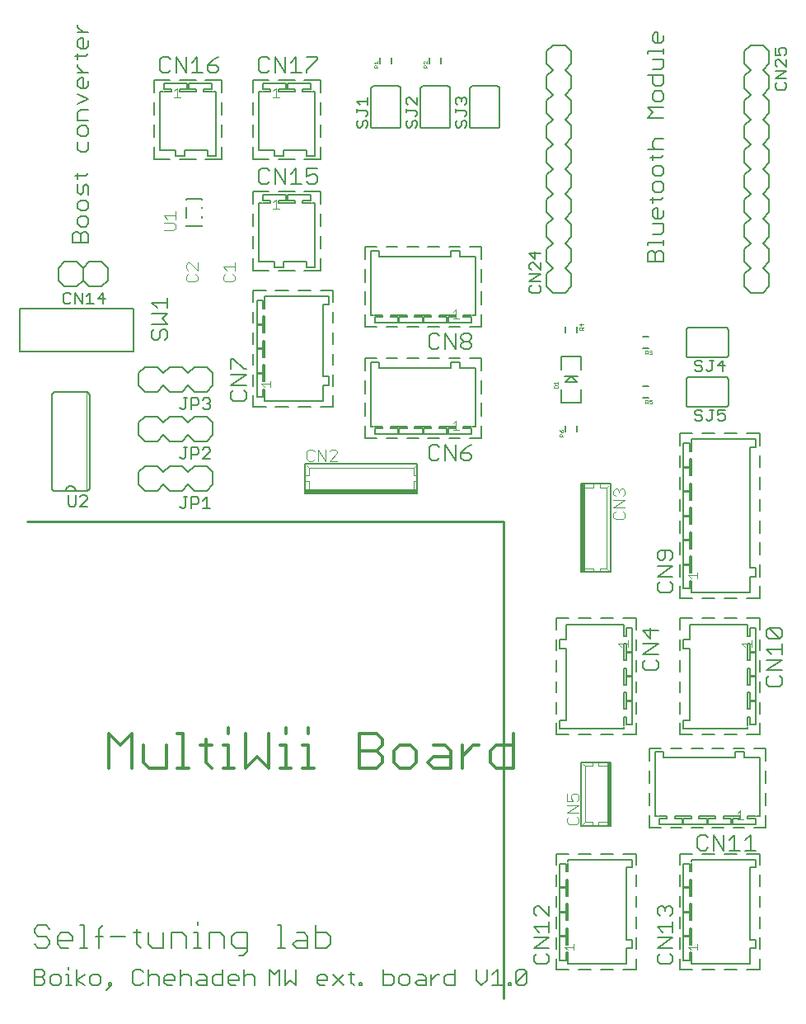
<source format=gto>
G75*
%MOIN*%
%OFA0B0*%
%FSLAX25Y25*%
%IPPOS*%
%LPD*%
%AMOC8*
5,1,8,0,0,1.08239X$1,22.5*
%
%ADD10C,0.00800*%
%ADD11C,0.00600*%
%ADD12C,0.01200*%
%ADD13C,0.01000*%
%ADD14C,0.00400*%
%ADD15C,0.00500*%
%ADD16C,0.00700*%
%ADD17C,0.00300*%
%ADD18C,0.00200*%
%ADD19R,0.45276X0.01476*%
%ADD20R,0.01476X0.35433*%
%ADD21R,0.01476X0.25591*%
%ADD22C,0.00100*%
D10*
X0040495Y0028435D02*
X0042030Y0026900D01*
X0045099Y0026900D01*
X0046634Y0028435D01*
X0046634Y0029969D01*
X0045099Y0031504D01*
X0042030Y0031504D01*
X0040495Y0033039D01*
X0040495Y0034573D01*
X0042030Y0036108D01*
X0045099Y0036108D01*
X0046634Y0034573D01*
X0049703Y0031504D02*
X0051238Y0033039D01*
X0054307Y0033039D01*
X0055842Y0031504D01*
X0055842Y0029969D01*
X0049703Y0029969D01*
X0049703Y0028435D02*
X0049703Y0031504D01*
X0049703Y0028435D02*
X0051238Y0026900D01*
X0054307Y0026900D01*
X0058911Y0026900D02*
X0061980Y0026900D01*
X0060445Y0026900D02*
X0060445Y0036108D01*
X0058911Y0036108D01*
X0065049Y0031504D02*
X0068119Y0031504D01*
X0071188Y0031504D02*
X0077327Y0031504D01*
X0080396Y0033039D02*
X0083465Y0033039D01*
X0081930Y0034573D02*
X0081930Y0028435D01*
X0083465Y0026900D01*
X0086534Y0028435D02*
X0086534Y0033039D01*
X0086534Y0028435D02*
X0088069Y0026900D01*
X0092673Y0026900D01*
X0092673Y0033039D01*
X0095742Y0033039D02*
X0095742Y0026900D01*
X0095742Y0033039D02*
X0100346Y0033039D01*
X0101881Y0031504D01*
X0101881Y0026900D01*
X0104950Y0026900D02*
X0108019Y0026900D01*
X0106485Y0026900D02*
X0106485Y0033039D01*
X0104950Y0033039D01*
X0106485Y0036108D02*
X0106485Y0037643D01*
X0111089Y0033039D02*
X0115693Y0033039D01*
X0117227Y0031504D01*
X0117227Y0026900D01*
X0120297Y0028435D02*
X0120297Y0031504D01*
X0121831Y0033039D01*
X0126435Y0033039D01*
X0126435Y0025365D01*
X0124901Y0023831D01*
X0123366Y0023831D01*
X0121831Y0026900D02*
X0126435Y0026900D01*
X0121831Y0026900D02*
X0120297Y0028435D01*
X0111089Y0026900D02*
X0111089Y0033039D01*
X0138712Y0036108D02*
X0140247Y0036108D01*
X0140247Y0026900D01*
X0138712Y0026900D02*
X0141782Y0026900D01*
X0144851Y0028435D02*
X0146386Y0029969D01*
X0150989Y0029969D01*
X0150989Y0031504D02*
X0150989Y0026900D01*
X0146386Y0026900D01*
X0144851Y0028435D01*
X0146386Y0033039D02*
X0149455Y0033039D01*
X0150989Y0031504D01*
X0154059Y0033039D02*
X0158663Y0033039D01*
X0160197Y0031504D01*
X0160197Y0028435D01*
X0158663Y0026900D01*
X0154059Y0026900D01*
X0154059Y0036108D01*
X0068119Y0036108D02*
X0066584Y0034573D01*
X0066584Y0026900D01*
X0085095Y0211500D02*
X0082595Y0214000D01*
X0082595Y0219000D01*
X0085095Y0221500D01*
X0090095Y0221500D01*
X0092595Y0219000D01*
X0095095Y0221500D01*
X0100095Y0221500D01*
X0102595Y0219000D01*
X0105095Y0221500D01*
X0110095Y0221500D01*
X0112595Y0219000D01*
X0112595Y0214000D01*
X0110095Y0211500D01*
X0105095Y0211500D01*
X0102595Y0214000D01*
X0100095Y0211500D01*
X0095095Y0211500D01*
X0092595Y0214000D01*
X0090095Y0211500D01*
X0085095Y0211500D01*
X0085095Y0231500D02*
X0082595Y0234000D01*
X0082595Y0239000D01*
X0085095Y0241500D01*
X0090095Y0241500D01*
X0092595Y0239000D01*
X0095095Y0241500D01*
X0100095Y0241500D01*
X0102595Y0239000D01*
X0105095Y0241500D01*
X0110095Y0241500D01*
X0112595Y0239000D01*
X0112595Y0234000D01*
X0110095Y0231500D01*
X0105095Y0231500D01*
X0102595Y0234000D01*
X0100095Y0231500D01*
X0095095Y0231500D01*
X0092595Y0234000D01*
X0090095Y0231500D01*
X0085095Y0231500D01*
X0085095Y0251500D02*
X0082595Y0254000D01*
X0082595Y0259000D01*
X0085095Y0261500D01*
X0090095Y0261500D01*
X0092595Y0259000D01*
X0095095Y0261500D01*
X0100095Y0261500D01*
X0102595Y0259000D01*
X0105095Y0261500D01*
X0110095Y0261500D01*
X0112595Y0259000D01*
X0112595Y0254000D01*
X0110095Y0251500D01*
X0105095Y0251500D01*
X0102595Y0254000D01*
X0100095Y0251500D01*
X0095095Y0251500D01*
X0092595Y0254000D01*
X0090095Y0251500D01*
X0085095Y0251500D01*
X0080489Y0267937D02*
X0034701Y0267937D01*
X0034701Y0285063D01*
X0080489Y0285063D01*
X0080489Y0267937D01*
X0149859Y0222406D02*
X0149859Y0210594D01*
X0195331Y0210594D01*
X0195331Y0222406D01*
X0149859Y0222406D01*
X0247595Y0294000D02*
X0250095Y0291500D01*
X0255095Y0291500D01*
X0257595Y0294000D01*
X0257595Y0299000D01*
X0255095Y0301500D01*
X0257595Y0304000D01*
X0257595Y0309000D01*
X0255095Y0311500D01*
X0257595Y0314000D01*
X0257595Y0319000D01*
X0255095Y0321500D01*
X0257595Y0324000D01*
X0257595Y0329000D01*
X0255095Y0331500D01*
X0257595Y0334000D01*
X0257595Y0339000D01*
X0255095Y0341500D01*
X0257595Y0344000D01*
X0257595Y0349000D01*
X0255095Y0351500D01*
X0257595Y0354000D01*
X0257595Y0359000D01*
X0255095Y0361500D01*
X0257595Y0364000D01*
X0257595Y0369000D01*
X0255095Y0371500D01*
X0257595Y0374000D01*
X0257595Y0379000D01*
X0255095Y0381500D01*
X0257595Y0384000D01*
X0257595Y0389000D01*
X0255095Y0391500D01*
X0250095Y0391500D01*
X0247595Y0389000D01*
X0247595Y0384000D01*
X0250095Y0381500D01*
X0247595Y0379000D01*
X0247595Y0374000D01*
X0250095Y0371500D01*
X0247595Y0369000D01*
X0247595Y0364000D01*
X0250095Y0361500D01*
X0247595Y0359000D01*
X0247595Y0354000D01*
X0250095Y0351500D01*
X0247595Y0349000D01*
X0247595Y0344000D01*
X0250095Y0341500D01*
X0247595Y0339000D01*
X0247595Y0334000D01*
X0250095Y0331500D01*
X0247595Y0329000D01*
X0247595Y0324000D01*
X0250095Y0321500D01*
X0247595Y0319000D01*
X0247595Y0314000D01*
X0250095Y0311500D01*
X0247595Y0309000D01*
X0247595Y0304000D01*
X0250095Y0301500D01*
X0247595Y0299000D01*
X0247595Y0294000D01*
X0253658Y0265949D02*
X0261532Y0265949D01*
X0261532Y0260437D01*
X0260351Y0257681D02*
X0257595Y0257681D01*
X0259957Y0255319D01*
X0255233Y0255319D01*
X0257595Y0257681D01*
X0254839Y0257681D01*
X0253658Y0260437D02*
X0253658Y0265949D01*
X0253658Y0252563D02*
X0253658Y0247051D01*
X0261532Y0247051D01*
X0261532Y0252563D01*
X0261690Y0214315D02*
X0273501Y0214315D01*
X0273501Y0178685D01*
X0261690Y0178685D01*
X0261690Y0214315D01*
X0330095Y0291500D02*
X0327595Y0294000D01*
X0327595Y0299000D01*
X0330095Y0301500D01*
X0327595Y0304000D01*
X0327595Y0309000D01*
X0330095Y0311500D01*
X0327595Y0314000D01*
X0327595Y0319000D01*
X0330095Y0321500D01*
X0327595Y0324000D01*
X0327595Y0329000D01*
X0330095Y0331500D01*
X0327595Y0334000D01*
X0327595Y0339000D01*
X0330095Y0341500D01*
X0327595Y0344000D01*
X0327595Y0349000D01*
X0330095Y0351500D01*
X0327595Y0354000D01*
X0327595Y0359000D01*
X0330095Y0361500D01*
X0327595Y0364000D01*
X0327595Y0369000D01*
X0330095Y0371500D01*
X0327595Y0374000D01*
X0327595Y0379000D01*
X0330095Y0381500D01*
X0327595Y0384000D01*
X0327595Y0389000D01*
X0330095Y0391500D01*
X0335095Y0391500D01*
X0337595Y0389000D01*
X0337595Y0384000D01*
X0335095Y0381500D01*
X0337595Y0379000D01*
X0337595Y0374000D01*
X0335095Y0371500D01*
X0337595Y0369000D01*
X0337595Y0364000D01*
X0335095Y0361500D01*
X0337595Y0359000D01*
X0337595Y0354000D01*
X0335095Y0351500D01*
X0337595Y0349000D01*
X0337595Y0344000D01*
X0335095Y0341500D01*
X0337595Y0339000D01*
X0337595Y0334000D01*
X0335095Y0331500D01*
X0337595Y0329000D01*
X0337595Y0324000D01*
X0335095Y0321500D01*
X0337595Y0319000D01*
X0337595Y0314000D01*
X0335095Y0311500D01*
X0337595Y0309000D01*
X0337595Y0304000D01*
X0335095Y0301500D01*
X0337595Y0299000D01*
X0337595Y0294000D01*
X0335095Y0291500D01*
X0330095Y0291500D01*
X0273501Y0101894D02*
X0261690Y0101894D01*
X0261690Y0076106D01*
X0273501Y0076106D01*
X0273501Y0101894D01*
D11*
X0043598Y0011800D02*
X0040395Y0011800D01*
X0040395Y0018205D01*
X0043598Y0018205D01*
X0044665Y0017138D01*
X0044665Y0016070D01*
X0043598Y0015003D01*
X0040395Y0015003D01*
X0043598Y0015003D02*
X0044665Y0013935D01*
X0044665Y0012868D01*
X0043598Y0011800D01*
X0046841Y0012868D02*
X0047908Y0011800D01*
X0050043Y0011800D01*
X0051111Y0012868D01*
X0051111Y0015003D01*
X0050043Y0016070D01*
X0047908Y0016070D01*
X0046841Y0015003D01*
X0046841Y0012868D01*
X0053286Y0011800D02*
X0055421Y0011800D01*
X0054354Y0011800D02*
X0054354Y0016070D01*
X0053286Y0016070D01*
X0054354Y0018205D02*
X0054354Y0019273D01*
X0057583Y0018205D02*
X0057583Y0011800D01*
X0057583Y0013935D02*
X0060786Y0016070D01*
X0062954Y0015003D02*
X0062954Y0012868D01*
X0064022Y0011800D01*
X0066157Y0011800D01*
X0067225Y0012868D01*
X0067225Y0015003D01*
X0066157Y0016070D01*
X0064022Y0016070D01*
X0062954Y0015003D01*
X0060786Y0011800D02*
X0057583Y0013935D01*
X0069400Y0009665D02*
X0071535Y0011800D01*
X0070467Y0011800D01*
X0070467Y0012868D01*
X0071535Y0012868D01*
X0071535Y0011800D01*
X0080142Y0012868D02*
X0080142Y0017138D01*
X0081210Y0018205D01*
X0083345Y0018205D01*
X0084413Y0017138D01*
X0086588Y0018205D02*
X0086588Y0011800D01*
X0084413Y0012868D02*
X0083345Y0011800D01*
X0081210Y0011800D01*
X0080142Y0012868D01*
X0086588Y0015003D02*
X0087655Y0016070D01*
X0089791Y0016070D01*
X0090858Y0015003D01*
X0090858Y0011800D01*
X0093033Y0012868D02*
X0094101Y0011800D01*
X0096236Y0011800D01*
X0097304Y0013935D02*
X0093033Y0013935D01*
X0093033Y0012868D02*
X0093033Y0015003D01*
X0094101Y0016070D01*
X0096236Y0016070D01*
X0097304Y0015003D01*
X0097304Y0013935D01*
X0099479Y0015003D02*
X0100546Y0016070D01*
X0102682Y0016070D01*
X0103749Y0015003D01*
X0103749Y0011800D01*
X0105924Y0012868D02*
X0106992Y0013935D01*
X0110195Y0013935D01*
X0110195Y0015003D02*
X0110195Y0011800D01*
X0106992Y0011800D01*
X0105924Y0012868D01*
X0106992Y0016070D02*
X0109127Y0016070D01*
X0110195Y0015003D01*
X0112370Y0015003D02*
X0113437Y0016070D01*
X0116640Y0016070D01*
X0116640Y0018205D02*
X0116640Y0011800D01*
X0113437Y0011800D01*
X0112370Y0012868D01*
X0112370Y0015003D01*
X0118815Y0015003D02*
X0119883Y0016070D01*
X0122018Y0016070D01*
X0123086Y0015003D01*
X0123086Y0013935D01*
X0118815Y0013935D01*
X0118815Y0012868D02*
X0118815Y0015003D01*
X0118815Y0012868D02*
X0119883Y0011800D01*
X0122018Y0011800D01*
X0125261Y0011800D02*
X0125261Y0018205D01*
X0126328Y0016070D02*
X0125261Y0015003D01*
X0126328Y0016070D02*
X0128464Y0016070D01*
X0129531Y0015003D01*
X0129531Y0011800D01*
X0135395Y0011800D02*
X0135395Y0018205D01*
X0137530Y0016070D01*
X0139665Y0018205D01*
X0139665Y0011800D01*
X0141841Y0011800D02*
X0143976Y0013935D01*
X0146111Y0011800D01*
X0146111Y0018205D01*
X0141841Y0018205D02*
X0141841Y0011800D01*
X0154732Y0012868D02*
X0155799Y0011800D01*
X0157934Y0011800D01*
X0159002Y0013935D02*
X0154732Y0013935D01*
X0154732Y0012868D02*
X0154732Y0015003D01*
X0155799Y0016070D01*
X0157934Y0016070D01*
X0159002Y0015003D01*
X0159002Y0013935D01*
X0161177Y0011800D02*
X0165447Y0016070D01*
X0167623Y0016070D02*
X0169758Y0016070D01*
X0168690Y0017138D02*
X0168690Y0012868D01*
X0169758Y0011800D01*
X0171920Y0011800D02*
X0171920Y0012868D01*
X0172987Y0012868D01*
X0172987Y0011800D01*
X0171920Y0011800D01*
X0165447Y0011800D02*
X0161177Y0016070D01*
X0181588Y0016070D02*
X0184791Y0016070D01*
X0185858Y0015003D01*
X0185858Y0012868D01*
X0184791Y0011800D01*
X0181588Y0011800D01*
X0181588Y0018205D01*
X0188033Y0015003D02*
X0188033Y0012868D01*
X0189101Y0011800D01*
X0191236Y0011800D01*
X0192304Y0012868D01*
X0192304Y0015003D01*
X0191236Y0016070D01*
X0189101Y0016070D01*
X0188033Y0015003D01*
X0194479Y0012868D02*
X0195546Y0013935D01*
X0198749Y0013935D01*
X0198749Y0015003D02*
X0198749Y0011800D01*
X0195546Y0011800D01*
X0194479Y0012868D01*
X0195546Y0016070D02*
X0197682Y0016070D01*
X0198749Y0015003D01*
X0200924Y0016070D02*
X0200924Y0011800D01*
X0200924Y0013935D02*
X0203060Y0016070D01*
X0204127Y0016070D01*
X0206296Y0015003D02*
X0207363Y0016070D01*
X0210566Y0016070D01*
X0210566Y0018205D02*
X0210566Y0011800D01*
X0207363Y0011800D01*
X0206296Y0012868D01*
X0206296Y0015003D01*
X0219187Y0013935D02*
X0221322Y0011800D01*
X0223457Y0013935D01*
X0223457Y0018205D01*
X0225632Y0016070D02*
X0227767Y0018205D01*
X0227767Y0011800D01*
X0225632Y0011800D02*
X0229902Y0011800D01*
X0232078Y0011800D02*
X0232078Y0012868D01*
X0233145Y0012868D01*
X0233145Y0011800D01*
X0232078Y0011800D01*
X0235300Y0012868D02*
X0239571Y0017138D01*
X0239571Y0012868D01*
X0238503Y0011800D01*
X0236368Y0011800D01*
X0235300Y0012868D01*
X0235300Y0017138D01*
X0236368Y0018205D01*
X0238503Y0018205D01*
X0239571Y0017138D01*
X0219187Y0018205D02*
X0219187Y0013935D01*
X0099479Y0011800D02*
X0099479Y0018205D01*
X0061295Y0211500D02*
X0057095Y0211500D01*
X0053095Y0211500D01*
X0048895Y0211500D01*
X0048819Y0211502D01*
X0048743Y0211508D01*
X0048668Y0211517D01*
X0048593Y0211531D01*
X0048519Y0211548D01*
X0048446Y0211569D01*
X0048374Y0211593D01*
X0048303Y0211622D01*
X0048234Y0211653D01*
X0048167Y0211688D01*
X0048102Y0211727D01*
X0048038Y0211769D01*
X0047977Y0211814D01*
X0047918Y0211862D01*
X0047862Y0211913D01*
X0047808Y0211967D01*
X0047757Y0212023D01*
X0047709Y0212082D01*
X0047664Y0212143D01*
X0047622Y0212207D01*
X0047583Y0212272D01*
X0047548Y0212339D01*
X0047517Y0212408D01*
X0047488Y0212479D01*
X0047464Y0212551D01*
X0047443Y0212624D01*
X0047426Y0212698D01*
X0047412Y0212773D01*
X0047403Y0212848D01*
X0047397Y0212924D01*
X0047395Y0213000D01*
X0047395Y0250000D01*
X0047397Y0250076D01*
X0047403Y0250152D01*
X0047412Y0250227D01*
X0047426Y0250302D01*
X0047443Y0250376D01*
X0047464Y0250449D01*
X0047488Y0250521D01*
X0047517Y0250592D01*
X0047548Y0250661D01*
X0047583Y0250728D01*
X0047622Y0250793D01*
X0047664Y0250857D01*
X0047709Y0250918D01*
X0047757Y0250977D01*
X0047808Y0251033D01*
X0047862Y0251087D01*
X0047918Y0251138D01*
X0047977Y0251186D01*
X0048038Y0251231D01*
X0048102Y0251273D01*
X0048167Y0251312D01*
X0048234Y0251347D01*
X0048303Y0251378D01*
X0048374Y0251407D01*
X0048446Y0251431D01*
X0048519Y0251452D01*
X0048593Y0251469D01*
X0048668Y0251483D01*
X0048743Y0251492D01*
X0048819Y0251498D01*
X0048895Y0251500D01*
X0061295Y0251500D01*
X0061371Y0251498D01*
X0061447Y0251492D01*
X0061522Y0251483D01*
X0061597Y0251469D01*
X0061671Y0251452D01*
X0061744Y0251431D01*
X0061816Y0251407D01*
X0061887Y0251378D01*
X0061956Y0251347D01*
X0062023Y0251312D01*
X0062088Y0251273D01*
X0062152Y0251231D01*
X0062213Y0251186D01*
X0062272Y0251138D01*
X0062328Y0251087D01*
X0062382Y0251033D01*
X0062433Y0250977D01*
X0062481Y0250918D01*
X0062526Y0250857D01*
X0062568Y0250793D01*
X0062607Y0250728D01*
X0062642Y0250661D01*
X0062673Y0250592D01*
X0062702Y0250521D01*
X0062726Y0250449D01*
X0062747Y0250376D01*
X0062764Y0250302D01*
X0062778Y0250227D01*
X0062787Y0250152D01*
X0062793Y0250076D01*
X0062795Y0250000D01*
X0062795Y0213000D01*
X0062793Y0212924D01*
X0062787Y0212848D01*
X0062778Y0212773D01*
X0062764Y0212698D01*
X0062747Y0212624D01*
X0062726Y0212551D01*
X0062702Y0212479D01*
X0062673Y0212408D01*
X0062642Y0212339D01*
X0062607Y0212272D01*
X0062568Y0212207D01*
X0062526Y0212143D01*
X0062481Y0212082D01*
X0062433Y0212023D01*
X0062382Y0211967D01*
X0062328Y0211913D01*
X0062272Y0211862D01*
X0062213Y0211814D01*
X0062152Y0211769D01*
X0062088Y0211727D01*
X0062023Y0211688D01*
X0061956Y0211653D01*
X0061887Y0211622D01*
X0061816Y0211593D01*
X0061744Y0211569D01*
X0061671Y0211548D01*
X0061597Y0211531D01*
X0061522Y0211517D01*
X0061447Y0211508D01*
X0061371Y0211502D01*
X0061295Y0211500D01*
X0057095Y0211500D02*
X0057093Y0211588D01*
X0057087Y0211677D01*
X0057077Y0211765D01*
X0057064Y0211852D01*
X0057046Y0211939D01*
X0057025Y0212025D01*
X0057000Y0212110D01*
X0056971Y0212193D01*
X0056938Y0212276D01*
X0056902Y0212356D01*
X0056863Y0212435D01*
X0056820Y0212513D01*
X0056773Y0212588D01*
X0056723Y0212661D01*
X0056670Y0212732D01*
X0056614Y0212801D01*
X0056555Y0212867D01*
X0056493Y0212930D01*
X0056429Y0212990D01*
X0056362Y0213048D01*
X0056292Y0213102D01*
X0056220Y0213154D01*
X0056146Y0213202D01*
X0056069Y0213247D01*
X0055991Y0213288D01*
X0055911Y0213326D01*
X0055830Y0213360D01*
X0055747Y0213391D01*
X0055662Y0213418D01*
X0055577Y0213441D01*
X0055491Y0213460D01*
X0055403Y0213476D01*
X0055316Y0213488D01*
X0055228Y0213496D01*
X0055139Y0213500D01*
X0055051Y0213500D01*
X0054962Y0213496D01*
X0054874Y0213488D01*
X0054787Y0213476D01*
X0054699Y0213460D01*
X0054613Y0213441D01*
X0054528Y0213418D01*
X0054443Y0213391D01*
X0054360Y0213360D01*
X0054279Y0213326D01*
X0054199Y0213288D01*
X0054121Y0213247D01*
X0054044Y0213202D01*
X0053970Y0213154D01*
X0053898Y0213102D01*
X0053828Y0213048D01*
X0053761Y0212990D01*
X0053697Y0212930D01*
X0053635Y0212867D01*
X0053576Y0212801D01*
X0053520Y0212732D01*
X0053467Y0212661D01*
X0053417Y0212588D01*
X0053370Y0212513D01*
X0053327Y0212435D01*
X0053288Y0212356D01*
X0053252Y0212276D01*
X0053219Y0212193D01*
X0053190Y0212110D01*
X0053165Y0212025D01*
X0053144Y0211939D01*
X0053126Y0211852D01*
X0053113Y0211765D01*
X0053103Y0211677D01*
X0053097Y0211588D01*
X0053095Y0211500D01*
X0052595Y0294000D02*
X0050095Y0296500D01*
X0050095Y0301500D01*
X0052595Y0304000D01*
X0057595Y0304000D01*
X0060095Y0301500D01*
X0062595Y0304000D01*
X0067595Y0304000D01*
X0070095Y0301500D01*
X0070095Y0296500D01*
X0067595Y0294000D01*
X0062595Y0294000D01*
X0060095Y0296500D01*
X0057595Y0294000D01*
X0052595Y0294000D01*
X0060095Y0296500D02*
X0060095Y0301500D01*
X0059092Y0311800D02*
X0059092Y0315003D01*
X0060160Y0316070D01*
X0061228Y0316070D01*
X0062295Y0315003D01*
X0062295Y0311800D01*
X0055890Y0311800D01*
X0055890Y0315003D01*
X0056957Y0316070D01*
X0058025Y0316070D01*
X0059092Y0315003D01*
X0059092Y0318245D02*
X0061228Y0318245D01*
X0062295Y0319313D01*
X0062295Y0321448D01*
X0061228Y0322516D01*
X0059092Y0322516D01*
X0058025Y0321448D01*
X0058025Y0319313D01*
X0059092Y0318245D01*
X0059092Y0324691D02*
X0061228Y0324691D01*
X0062295Y0325759D01*
X0062295Y0327894D01*
X0061228Y0328961D01*
X0059092Y0328961D01*
X0058025Y0327894D01*
X0058025Y0325759D01*
X0059092Y0324691D01*
X0059092Y0331136D02*
X0058025Y0332204D01*
X0058025Y0335407D01*
X0058025Y0337582D02*
X0058025Y0339717D01*
X0056957Y0338650D02*
X0061228Y0338650D01*
X0062295Y0339717D01*
X0061228Y0335407D02*
X0060160Y0334339D01*
X0060160Y0332204D01*
X0059092Y0331136D01*
X0062295Y0331136D02*
X0062295Y0334339D01*
X0061228Y0335407D01*
X0061228Y0348324D02*
X0059092Y0348324D01*
X0058025Y0349392D01*
X0058025Y0352595D01*
X0059092Y0354770D02*
X0061228Y0354770D01*
X0062295Y0355838D01*
X0062295Y0357973D01*
X0061228Y0359040D01*
X0059092Y0359040D01*
X0058025Y0357973D01*
X0058025Y0355838D01*
X0059092Y0354770D01*
X0062295Y0352595D02*
X0062295Y0349392D01*
X0061228Y0348324D01*
X0062295Y0361215D02*
X0058025Y0361215D01*
X0058025Y0364418D01*
X0059092Y0365486D01*
X0062295Y0365486D01*
X0062295Y0369796D02*
X0058025Y0371931D01*
X0059092Y0374106D02*
X0058025Y0375174D01*
X0058025Y0377309D01*
X0059092Y0378377D01*
X0060160Y0378377D01*
X0060160Y0374106D01*
X0061228Y0374106D02*
X0059092Y0374106D01*
X0061228Y0374106D02*
X0062295Y0375174D01*
X0062295Y0377309D01*
X0062295Y0380552D02*
X0058025Y0380552D01*
X0060160Y0380552D02*
X0058025Y0382687D01*
X0058025Y0383755D01*
X0058025Y0385923D02*
X0058025Y0388058D01*
X0056957Y0386991D02*
X0061228Y0386991D01*
X0062295Y0388058D01*
X0061228Y0390220D02*
X0059092Y0390220D01*
X0058025Y0391288D01*
X0058025Y0393423D01*
X0059092Y0394491D01*
X0060160Y0394491D01*
X0060160Y0390220D01*
X0061228Y0390220D02*
X0062295Y0391288D01*
X0062295Y0393423D01*
X0062295Y0396666D02*
X0058025Y0396666D01*
X0058025Y0398801D02*
X0058025Y0399868D01*
X0058025Y0398801D02*
X0060160Y0396666D01*
X0062295Y0369796D02*
X0058025Y0367661D01*
X0101906Y0329598D02*
X0101906Y0329228D01*
X0101906Y0329598D02*
X0108284Y0329598D01*
X0108284Y0329228D01*
X0108284Y0326055D02*
X0108284Y0325685D01*
X0108284Y0322315D02*
X0108284Y0321945D01*
X0108284Y0318772D02*
X0108284Y0318402D01*
X0101906Y0318402D01*
X0101906Y0318772D01*
X0101906Y0321945D02*
X0101906Y0326055D01*
X0176595Y0359000D02*
X0176595Y0374000D01*
X0176597Y0374060D01*
X0176602Y0374121D01*
X0176611Y0374180D01*
X0176624Y0374239D01*
X0176640Y0374298D01*
X0176660Y0374355D01*
X0176683Y0374410D01*
X0176710Y0374465D01*
X0176739Y0374517D01*
X0176772Y0374568D01*
X0176808Y0374617D01*
X0176846Y0374663D01*
X0176888Y0374707D01*
X0176932Y0374749D01*
X0176978Y0374787D01*
X0177027Y0374823D01*
X0177078Y0374856D01*
X0177130Y0374885D01*
X0177185Y0374912D01*
X0177240Y0374935D01*
X0177297Y0374955D01*
X0177356Y0374971D01*
X0177415Y0374984D01*
X0177474Y0374993D01*
X0177535Y0374998D01*
X0177595Y0375000D01*
X0187595Y0375000D01*
X0187655Y0374998D01*
X0187716Y0374993D01*
X0187775Y0374984D01*
X0187834Y0374971D01*
X0187893Y0374955D01*
X0187950Y0374935D01*
X0188005Y0374912D01*
X0188060Y0374885D01*
X0188112Y0374856D01*
X0188163Y0374823D01*
X0188212Y0374787D01*
X0188258Y0374749D01*
X0188302Y0374707D01*
X0188344Y0374663D01*
X0188382Y0374617D01*
X0188418Y0374568D01*
X0188451Y0374517D01*
X0188480Y0374465D01*
X0188507Y0374410D01*
X0188530Y0374355D01*
X0188550Y0374298D01*
X0188566Y0374239D01*
X0188579Y0374180D01*
X0188588Y0374121D01*
X0188593Y0374060D01*
X0188595Y0374000D01*
X0188595Y0359000D01*
X0188593Y0358940D01*
X0188588Y0358879D01*
X0188579Y0358820D01*
X0188566Y0358761D01*
X0188550Y0358702D01*
X0188530Y0358645D01*
X0188507Y0358590D01*
X0188480Y0358535D01*
X0188451Y0358483D01*
X0188418Y0358432D01*
X0188382Y0358383D01*
X0188344Y0358337D01*
X0188302Y0358293D01*
X0188258Y0358251D01*
X0188212Y0358213D01*
X0188163Y0358177D01*
X0188112Y0358144D01*
X0188060Y0358115D01*
X0188005Y0358088D01*
X0187950Y0358065D01*
X0187893Y0358045D01*
X0187834Y0358029D01*
X0187775Y0358016D01*
X0187716Y0358007D01*
X0187655Y0358002D01*
X0187595Y0358000D01*
X0177595Y0358000D01*
X0177535Y0358002D01*
X0177474Y0358007D01*
X0177415Y0358016D01*
X0177356Y0358029D01*
X0177297Y0358045D01*
X0177240Y0358065D01*
X0177185Y0358088D01*
X0177130Y0358115D01*
X0177078Y0358144D01*
X0177027Y0358177D01*
X0176978Y0358213D01*
X0176932Y0358251D01*
X0176888Y0358293D01*
X0176846Y0358337D01*
X0176808Y0358383D01*
X0176772Y0358432D01*
X0176739Y0358483D01*
X0176710Y0358535D01*
X0176683Y0358590D01*
X0176660Y0358645D01*
X0176640Y0358702D01*
X0176624Y0358761D01*
X0176611Y0358820D01*
X0176602Y0358879D01*
X0176597Y0358940D01*
X0176595Y0359000D01*
X0196595Y0359000D02*
X0196595Y0374000D01*
X0196597Y0374060D01*
X0196602Y0374121D01*
X0196611Y0374180D01*
X0196624Y0374239D01*
X0196640Y0374298D01*
X0196660Y0374355D01*
X0196683Y0374410D01*
X0196710Y0374465D01*
X0196739Y0374517D01*
X0196772Y0374568D01*
X0196808Y0374617D01*
X0196846Y0374663D01*
X0196888Y0374707D01*
X0196932Y0374749D01*
X0196978Y0374787D01*
X0197027Y0374823D01*
X0197078Y0374856D01*
X0197130Y0374885D01*
X0197185Y0374912D01*
X0197240Y0374935D01*
X0197297Y0374955D01*
X0197356Y0374971D01*
X0197415Y0374984D01*
X0197474Y0374993D01*
X0197535Y0374998D01*
X0197595Y0375000D01*
X0207595Y0375000D01*
X0207655Y0374998D01*
X0207716Y0374993D01*
X0207775Y0374984D01*
X0207834Y0374971D01*
X0207893Y0374955D01*
X0207950Y0374935D01*
X0208005Y0374912D01*
X0208060Y0374885D01*
X0208112Y0374856D01*
X0208163Y0374823D01*
X0208212Y0374787D01*
X0208258Y0374749D01*
X0208302Y0374707D01*
X0208344Y0374663D01*
X0208382Y0374617D01*
X0208418Y0374568D01*
X0208451Y0374517D01*
X0208480Y0374465D01*
X0208507Y0374410D01*
X0208530Y0374355D01*
X0208550Y0374298D01*
X0208566Y0374239D01*
X0208579Y0374180D01*
X0208588Y0374121D01*
X0208593Y0374060D01*
X0208595Y0374000D01*
X0208595Y0359000D01*
X0208593Y0358940D01*
X0208588Y0358879D01*
X0208579Y0358820D01*
X0208566Y0358761D01*
X0208550Y0358702D01*
X0208530Y0358645D01*
X0208507Y0358590D01*
X0208480Y0358535D01*
X0208451Y0358483D01*
X0208418Y0358432D01*
X0208382Y0358383D01*
X0208344Y0358337D01*
X0208302Y0358293D01*
X0208258Y0358251D01*
X0208212Y0358213D01*
X0208163Y0358177D01*
X0208112Y0358144D01*
X0208060Y0358115D01*
X0208005Y0358088D01*
X0207950Y0358065D01*
X0207893Y0358045D01*
X0207834Y0358029D01*
X0207775Y0358016D01*
X0207716Y0358007D01*
X0207655Y0358002D01*
X0207595Y0358000D01*
X0197595Y0358000D01*
X0197535Y0358002D01*
X0197474Y0358007D01*
X0197415Y0358016D01*
X0197356Y0358029D01*
X0197297Y0358045D01*
X0197240Y0358065D01*
X0197185Y0358088D01*
X0197130Y0358115D01*
X0197078Y0358144D01*
X0197027Y0358177D01*
X0196978Y0358213D01*
X0196932Y0358251D01*
X0196888Y0358293D01*
X0196846Y0358337D01*
X0196808Y0358383D01*
X0196772Y0358432D01*
X0196739Y0358483D01*
X0196710Y0358535D01*
X0196683Y0358590D01*
X0196660Y0358645D01*
X0196640Y0358702D01*
X0196624Y0358761D01*
X0196611Y0358820D01*
X0196602Y0358879D01*
X0196597Y0358940D01*
X0196595Y0359000D01*
X0216595Y0359000D02*
X0216595Y0374000D01*
X0216597Y0374060D01*
X0216602Y0374121D01*
X0216611Y0374180D01*
X0216624Y0374239D01*
X0216640Y0374298D01*
X0216660Y0374355D01*
X0216683Y0374410D01*
X0216710Y0374465D01*
X0216739Y0374517D01*
X0216772Y0374568D01*
X0216808Y0374617D01*
X0216846Y0374663D01*
X0216888Y0374707D01*
X0216932Y0374749D01*
X0216978Y0374787D01*
X0217027Y0374823D01*
X0217078Y0374856D01*
X0217130Y0374885D01*
X0217185Y0374912D01*
X0217240Y0374935D01*
X0217297Y0374955D01*
X0217356Y0374971D01*
X0217415Y0374984D01*
X0217474Y0374993D01*
X0217535Y0374998D01*
X0217595Y0375000D01*
X0227595Y0375000D01*
X0227655Y0374998D01*
X0227716Y0374993D01*
X0227775Y0374984D01*
X0227834Y0374971D01*
X0227893Y0374955D01*
X0227950Y0374935D01*
X0228005Y0374912D01*
X0228060Y0374885D01*
X0228112Y0374856D01*
X0228163Y0374823D01*
X0228212Y0374787D01*
X0228258Y0374749D01*
X0228302Y0374707D01*
X0228344Y0374663D01*
X0228382Y0374617D01*
X0228418Y0374568D01*
X0228451Y0374517D01*
X0228480Y0374465D01*
X0228507Y0374410D01*
X0228530Y0374355D01*
X0228550Y0374298D01*
X0228566Y0374239D01*
X0228579Y0374180D01*
X0228588Y0374121D01*
X0228593Y0374060D01*
X0228595Y0374000D01*
X0228595Y0359000D01*
X0228593Y0358940D01*
X0228588Y0358879D01*
X0228579Y0358820D01*
X0228566Y0358761D01*
X0228550Y0358702D01*
X0228530Y0358645D01*
X0228507Y0358590D01*
X0228480Y0358535D01*
X0228451Y0358483D01*
X0228418Y0358432D01*
X0228382Y0358383D01*
X0228344Y0358337D01*
X0228302Y0358293D01*
X0228258Y0358251D01*
X0228212Y0358213D01*
X0228163Y0358177D01*
X0228112Y0358144D01*
X0228060Y0358115D01*
X0228005Y0358088D01*
X0227950Y0358065D01*
X0227893Y0358045D01*
X0227834Y0358029D01*
X0227775Y0358016D01*
X0227716Y0358007D01*
X0227655Y0358002D01*
X0227595Y0358000D01*
X0217595Y0358000D01*
X0217535Y0358002D01*
X0217474Y0358007D01*
X0217415Y0358016D01*
X0217356Y0358029D01*
X0217297Y0358045D01*
X0217240Y0358065D01*
X0217185Y0358088D01*
X0217130Y0358115D01*
X0217078Y0358144D01*
X0217027Y0358177D01*
X0216978Y0358213D01*
X0216932Y0358251D01*
X0216888Y0358293D01*
X0216846Y0358337D01*
X0216808Y0358383D01*
X0216772Y0358432D01*
X0216739Y0358483D01*
X0216710Y0358535D01*
X0216683Y0358590D01*
X0216660Y0358645D01*
X0216640Y0358702D01*
X0216624Y0358761D01*
X0216611Y0358820D01*
X0216602Y0358879D01*
X0216597Y0358940D01*
X0216595Y0359000D01*
X0204957Y0384276D02*
X0204957Y0386638D01*
X0200233Y0386638D02*
X0200233Y0384276D01*
X0184957Y0384276D02*
X0184957Y0386638D01*
X0180233Y0386638D02*
X0180233Y0384276D01*
X0255233Y0277681D02*
X0255233Y0275319D01*
X0259957Y0275319D02*
X0259957Y0277681D01*
X0286414Y0273862D02*
X0288776Y0273862D01*
X0288776Y0269138D02*
X0286414Y0269138D01*
X0286414Y0253862D02*
X0288776Y0253862D01*
X0288776Y0249138D02*
X0286414Y0249138D01*
X0304095Y0246500D02*
X0304095Y0256500D01*
X0304097Y0256560D01*
X0304102Y0256621D01*
X0304111Y0256680D01*
X0304124Y0256739D01*
X0304140Y0256798D01*
X0304160Y0256855D01*
X0304183Y0256910D01*
X0304210Y0256965D01*
X0304239Y0257017D01*
X0304272Y0257068D01*
X0304308Y0257117D01*
X0304346Y0257163D01*
X0304388Y0257207D01*
X0304432Y0257249D01*
X0304478Y0257287D01*
X0304527Y0257323D01*
X0304578Y0257356D01*
X0304630Y0257385D01*
X0304685Y0257412D01*
X0304740Y0257435D01*
X0304797Y0257455D01*
X0304856Y0257471D01*
X0304915Y0257484D01*
X0304974Y0257493D01*
X0305035Y0257498D01*
X0305095Y0257500D01*
X0320095Y0257500D01*
X0320155Y0257498D01*
X0320216Y0257493D01*
X0320275Y0257484D01*
X0320334Y0257471D01*
X0320393Y0257455D01*
X0320450Y0257435D01*
X0320505Y0257412D01*
X0320560Y0257385D01*
X0320612Y0257356D01*
X0320663Y0257323D01*
X0320712Y0257287D01*
X0320758Y0257249D01*
X0320802Y0257207D01*
X0320844Y0257163D01*
X0320882Y0257117D01*
X0320918Y0257068D01*
X0320951Y0257017D01*
X0320980Y0256965D01*
X0321007Y0256910D01*
X0321030Y0256855D01*
X0321050Y0256798D01*
X0321066Y0256739D01*
X0321079Y0256680D01*
X0321088Y0256621D01*
X0321093Y0256560D01*
X0321095Y0256500D01*
X0321095Y0246500D01*
X0321093Y0246440D01*
X0321088Y0246379D01*
X0321079Y0246320D01*
X0321066Y0246261D01*
X0321050Y0246202D01*
X0321030Y0246145D01*
X0321007Y0246090D01*
X0320980Y0246035D01*
X0320951Y0245983D01*
X0320918Y0245932D01*
X0320882Y0245883D01*
X0320844Y0245837D01*
X0320802Y0245793D01*
X0320758Y0245751D01*
X0320712Y0245713D01*
X0320663Y0245677D01*
X0320612Y0245644D01*
X0320560Y0245615D01*
X0320505Y0245588D01*
X0320450Y0245565D01*
X0320393Y0245545D01*
X0320334Y0245529D01*
X0320275Y0245516D01*
X0320216Y0245507D01*
X0320155Y0245502D01*
X0320095Y0245500D01*
X0305095Y0245500D01*
X0305035Y0245502D01*
X0304974Y0245507D01*
X0304915Y0245516D01*
X0304856Y0245529D01*
X0304797Y0245545D01*
X0304740Y0245565D01*
X0304685Y0245588D01*
X0304630Y0245615D01*
X0304578Y0245644D01*
X0304527Y0245677D01*
X0304478Y0245713D01*
X0304432Y0245751D01*
X0304388Y0245793D01*
X0304346Y0245837D01*
X0304308Y0245883D01*
X0304272Y0245932D01*
X0304239Y0245983D01*
X0304210Y0246035D01*
X0304183Y0246090D01*
X0304160Y0246145D01*
X0304140Y0246202D01*
X0304124Y0246261D01*
X0304111Y0246320D01*
X0304102Y0246379D01*
X0304097Y0246440D01*
X0304095Y0246500D01*
X0305095Y0265500D02*
X0320095Y0265500D01*
X0320155Y0265502D01*
X0320216Y0265507D01*
X0320275Y0265516D01*
X0320334Y0265529D01*
X0320393Y0265545D01*
X0320450Y0265565D01*
X0320505Y0265588D01*
X0320560Y0265615D01*
X0320612Y0265644D01*
X0320663Y0265677D01*
X0320712Y0265713D01*
X0320758Y0265751D01*
X0320802Y0265793D01*
X0320844Y0265837D01*
X0320882Y0265883D01*
X0320918Y0265932D01*
X0320951Y0265983D01*
X0320980Y0266035D01*
X0321007Y0266090D01*
X0321030Y0266145D01*
X0321050Y0266202D01*
X0321066Y0266261D01*
X0321079Y0266320D01*
X0321088Y0266379D01*
X0321093Y0266440D01*
X0321095Y0266500D01*
X0321095Y0276500D01*
X0321093Y0276560D01*
X0321088Y0276621D01*
X0321079Y0276680D01*
X0321066Y0276739D01*
X0321050Y0276798D01*
X0321030Y0276855D01*
X0321007Y0276910D01*
X0320980Y0276965D01*
X0320951Y0277017D01*
X0320918Y0277068D01*
X0320882Y0277117D01*
X0320844Y0277163D01*
X0320802Y0277207D01*
X0320758Y0277249D01*
X0320712Y0277287D01*
X0320663Y0277323D01*
X0320612Y0277356D01*
X0320560Y0277385D01*
X0320505Y0277412D01*
X0320450Y0277435D01*
X0320393Y0277455D01*
X0320334Y0277471D01*
X0320275Y0277484D01*
X0320216Y0277493D01*
X0320155Y0277498D01*
X0320095Y0277500D01*
X0305095Y0277500D01*
X0305035Y0277498D01*
X0304974Y0277493D01*
X0304915Y0277484D01*
X0304856Y0277471D01*
X0304797Y0277455D01*
X0304740Y0277435D01*
X0304685Y0277412D01*
X0304630Y0277385D01*
X0304578Y0277356D01*
X0304527Y0277323D01*
X0304478Y0277287D01*
X0304432Y0277249D01*
X0304388Y0277207D01*
X0304346Y0277163D01*
X0304308Y0277117D01*
X0304272Y0277068D01*
X0304239Y0277017D01*
X0304210Y0276965D01*
X0304183Y0276910D01*
X0304160Y0276855D01*
X0304140Y0276798D01*
X0304124Y0276739D01*
X0304111Y0276680D01*
X0304102Y0276621D01*
X0304097Y0276560D01*
X0304095Y0276500D01*
X0304095Y0266500D01*
X0304097Y0266440D01*
X0304102Y0266379D01*
X0304111Y0266320D01*
X0304124Y0266261D01*
X0304140Y0266202D01*
X0304160Y0266145D01*
X0304183Y0266090D01*
X0304210Y0266035D01*
X0304239Y0265983D01*
X0304272Y0265932D01*
X0304308Y0265883D01*
X0304346Y0265837D01*
X0304388Y0265793D01*
X0304432Y0265751D01*
X0304478Y0265713D01*
X0304527Y0265677D01*
X0304578Y0265644D01*
X0304630Y0265615D01*
X0304685Y0265588D01*
X0304740Y0265565D01*
X0304797Y0265545D01*
X0304856Y0265529D01*
X0304915Y0265516D01*
X0304974Y0265507D01*
X0305035Y0265502D01*
X0305095Y0265500D01*
X0294795Y0304300D02*
X0288390Y0304300D01*
X0288390Y0307503D01*
X0289457Y0308570D01*
X0290525Y0308570D01*
X0291592Y0307503D01*
X0291592Y0304300D01*
X0291592Y0307503D02*
X0292660Y0308570D01*
X0293728Y0308570D01*
X0294795Y0307503D01*
X0294795Y0304300D01*
X0294795Y0310745D02*
X0294795Y0312881D01*
X0294795Y0311813D02*
X0288390Y0311813D01*
X0288390Y0310745D01*
X0290525Y0315042D02*
X0293728Y0315042D01*
X0294795Y0316110D01*
X0294795Y0319313D01*
X0290525Y0319313D01*
X0291592Y0321488D02*
X0290525Y0322556D01*
X0290525Y0324691D01*
X0291592Y0325758D01*
X0292660Y0325758D01*
X0292660Y0321488D01*
X0293728Y0321488D02*
X0291592Y0321488D01*
X0293728Y0321488D02*
X0294795Y0322556D01*
X0294795Y0324691D01*
X0293728Y0329001D02*
X0294795Y0330069D01*
X0293728Y0329001D02*
X0289457Y0329001D01*
X0290525Y0327933D02*
X0290525Y0330069D01*
X0291592Y0332230D02*
X0293728Y0332230D01*
X0294795Y0333298D01*
X0294795Y0335433D01*
X0293728Y0336501D01*
X0291592Y0336501D01*
X0290525Y0335433D01*
X0290525Y0333298D01*
X0291592Y0332230D01*
X0291592Y0338676D02*
X0293728Y0338676D01*
X0294795Y0339744D01*
X0294795Y0341879D01*
X0293728Y0342946D01*
X0291592Y0342946D01*
X0290525Y0341879D01*
X0290525Y0339744D01*
X0291592Y0338676D01*
X0290525Y0345121D02*
X0290525Y0347257D01*
X0289457Y0346189D02*
X0293728Y0346189D01*
X0294795Y0347257D01*
X0294795Y0349418D02*
X0288390Y0349418D01*
X0290525Y0350486D02*
X0290525Y0352621D01*
X0291592Y0353689D01*
X0294795Y0353689D01*
X0290525Y0350486D02*
X0291592Y0349418D01*
X0288390Y0362309D02*
X0290525Y0364445D01*
X0288390Y0366580D01*
X0294795Y0366580D01*
X0293728Y0368755D02*
X0294795Y0369823D01*
X0294795Y0371958D01*
X0293728Y0373025D01*
X0291592Y0373025D01*
X0290525Y0371958D01*
X0290525Y0369823D01*
X0291592Y0368755D01*
X0293728Y0368755D01*
X0294795Y0362309D02*
X0288390Y0362309D01*
X0291592Y0375200D02*
X0290525Y0376268D01*
X0290525Y0379471D01*
X0288390Y0379471D02*
X0294795Y0379471D01*
X0294795Y0376268D01*
X0293728Y0375200D01*
X0291592Y0375200D01*
X0290525Y0381646D02*
X0293728Y0381646D01*
X0294795Y0382714D01*
X0294795Y0385916D01*
X0290525Y0385916D01*
X0288390Y0388091D02*
X0288390Y0389159D01*
X0294795Y0389159D01*
X0294795Y0388091D02*
X0294795Y0390227D01*
X0293728Y0392388D02*
X0291592Y0392388D01*
X0290525Y0393456D01*
X0290525Y0395591D01*
X0291592Y0396659D01*
X0292660Y0396659D01*
X0292660Y0392388D01*
X0293728Y0392388D02*
X0294795Y0393456D01*
X0294795Y0395591D01*
X0259957Y0237681D02*
X0259957Y0235319D01*
X0255233Y0235319D02*
X0255233Y0237681D01*
D12*
X0234135Y0113412D02*
X0234135Y0099600D01*
X0227229Y0099600D01*
X0224927Y0101902D01*
X0224927Y0106506D01*
X0227229Y0108808D01*
X0234135Y0108808D01*
X0220323Y0108808D02*
X0218021Y0108808D01*
X0213417Y0104204D01*
X0213417Y0099600D02*
X0213417Y0108808D01*
X0208813Y0106506D02*
X0208813Y0099600D01*
X0201907Y0099600D01*
X0199605Y0101902D01*
X0201907Y0104204D01*
X0208813Y0104204D01*
X0208813Y0106506D02*
X0206511Y0108808D01*
X0201907Y0108808D01*
X0195001Y0106506D02*
X0195001Y0101902D01*
X0192699Y0099600D01*
X0188095Y0099600D01*
X0185793Y0101902D01*
X0185793Y0106506D01*
X0188095Y0108808D01*
X0192699Y0108808D01*
X0195001Y0106506D01*
X0181190Y0108808D02*
X0178888Y0106506D01*
X0171982Y0106506D01*
X0171982Y0113412D02*
X0178888Y0113412D01*
X0181190Y0111110D01*
X0181190Y0108808D01*
X0178888Y0106506D02*
X0181190Y0104204D01*
X0181190Y0101902D01*
X0178888Y0099600D01*
X0171982Y0099600D01*
X0171982Y0113412D01*
X0151264Y0113412D02*
X0151264Y0115714D01*
X0151264Y0108808D02*
X0148962Y0108808D01*
X0151264Y0108808D02*
X0151264Y0099600D01*
X0148962Y0099600D02*
X0153566Y0099600D01*
X0144358Y0099600D02*
X0139754Y0099600D01*
X0142056Y0099600D02*
X0142056Y0108808D01*
X0139754Y0108808D01*
X0142056Y0113412D02*
X0142056Y0115714D01*
X0135150Y0113412D02*
X0135150Y0099600D01*
X0130546Y0104204D01*
X0125942Y0099600D01*
X0125942Y0113412D01*
X0119036Y0113412D02*
X0119036Y0115714D01*
X0119036Y0108808D02*
X0116734Y0108808D01*
X0119036Y0108808D02*
X0119036Y0099600D01*
X0116734Y0099600D02*
X0121338Y0099600D01*
X0112131Y0099600D02*
X0109829Y0101902D01*
X0109829Y0111110D01*
X0107527Y0108808D02*
X0112131Y0108808D01*
X0102923Y0099600D02*
X0098319Y0099600D01*
X0100621Y0099600D02*
X0100621Y0113412D01*
X0098319Y0113412D01*
X0093715Y0108808D02*
X0093715Y0099600D01*
X0086809Y0099600D01*
X0084507Y0101902D01*
X0084507Y0108808D01*
X0079903Y0113412D02*
X0079903Y0099600D01*
X0070695Y0099600D02*
X0070695Y0113412D01*
X0075299Y0108808D01*
X0079903Y0113412D01*
D13*
X0037595Y0199000D02*
X0230095Y0199000D01*
X0230095Y0006500D01*
D14*
X0256669Y0076897D02*
X0259738Y0076897D01*
X0260505Y0077664D01*
X0260505Y0079199D01*
X0259738Y0079966D01*
X0260505Y0081501D02*
X0255901Y0081501D01*
X0260505Y0084570D01*
X0255901Y0084570D01*
X0255901Y0086105D02*
X0258203Y0086105D01*
X0257436Y0087639D01*
X0257436Y0088407D01*
X0258203Y0089174D01*
X0259738Y0089174D01*
X0260505Y0088407D01*
X0260505Y0086872D01*
X0259738Y0086105D01*
X0255901Y0086105D02*
X0255901Y0089174D01*
X0256669Y0079966D02*
X0255901Y0079199D01*
X0255901Y0077664D01*
X0256669Y0076897D01*
X0275448Y0200113D02*
X0278518Y0200113D01*
X0279285Y0200880D01*
X0279285Y0202415D01*
X0278518Y0203182D01*
X0279285Y0204717D02*
X0274681Y0204717D01*
X0279285Y0207786D01*
X0274681Y0207786D01*
X0275448Y0209320D02*
X0274681Y0210088D01*
X0274681Y0211622D01*
X0275448Y0212390D01*
X0276216Y0212390D01*
X0276983Y0211622D01*
X0277750Y0212390D01*
X0278518Y0212390D01*
X0279285Y0211622D01*
X0279285Y0210088D01*
X0278518Y0209320D01*
X0276983Y0210855D02*
X0276983Y0211622D01*
X0275448Y0203182D02*
X0274681Y0202415D01*
X0274681Y0200880D01*
X0275448Y0200113D01*
X0162927Y0223590D02*
X0159857Y0223590D01*
X0162927Y0226659D01*
X0162927Y0227426D01*
X0162159Y0228194D01*
X0160625Y0228194D01*
X0159857Y0227426D01*
X0158323Y0228194D02*
X0158323Y0223590D01*
X0155253Y0228194D01*
X0155253Y0223590D01*
X0153719Y0224357D02*
X0152951Y0223590D01*
X0151417Y0223590D01*
X0150649Y0224357D01*
X0150649Y0227426D01*
X0151417Y0228194D01*
X0152951Y0228194D01*
X0153719Y0227426D01*
X0120628Y0295992D02*
X0117559Y0295992D01*
X0116791Y0296759D01*
X0116791Y0298294D01*
X0117559Y0299061D01*
X0118326Y0300596D02*
X0116791Y0302131D01*
X0121395Y0302131D01*
X0121395Y0303665D02*
X0121395Y0300596D01*
X0120628Y0299061D02*
X0121395Y0298294D01*
X0121395Y0296759D01*
X0120628Y0295992D01*
X0106395Y0296759D02*
X0105628Y0295992D01*
X0102559Y0295992D01*
X0101791Y0296759D01*
X0101791Y0298294D01*
X0102559Y0299061D01*
X0102559Y0300596D02*
X0101791Y0301363D01*
X0101791Y0302898D01*
X0102559Y0303665D01*
X0103326Y0303665D01*
X0106395Y0300596D01*
X0106395Y0303665D01*
X0105628Y0299061D02*
X0106395Y0298294D01*
X0106395Y0296759D01*
X0096628Y0316700D02*
X0092791Y0316700D01*
X0092791Y0319769D02*
X0096628Y0319769D01*
X0097395Y0319002D01*
X0097395Y0317467D01*
X0096628Y0316700D01*
X0097395Y0321304D02*
X0097395Y0324373D01*
X0097395Y0322839D02*
X0092791Y0322839D01*
X0094326Y0321304D01*
D15*
X0095364Y0345358D02*
X0088934Y0345358D01*
X0088934Y0350476D01*
X0091296Y0349295D02*
X0091296Y0372917D01*
X0092477Y0372917D01*
X0092871Y0372917D02*
X0096020Y0372917D01*
X0096020Y0373705D01*
X0092871Y0373705D01*
X0092871Y0376067D01*
X0097595Y0376067D01*
X0096808Y0376067D02*
X0102320Y0376067D01*
X0102320Y0373705D01*
X0099170Y0373705D01*
X0099170Y0372917D01*
X0102713Y0372917D01*
X0102320Y0372917D02*
X0105863Y0372917D01*
X0105863Y0373705D01*
X0102713Y0373705D01*
X0102713Y0376067D01*
X0107438Y0376067D01*
X0112162Y0376067D01*
X0112162Y0373705D01*
X0109012Y0373705D01*
X0109012Y0372917D01*
X0112556Y0372917D01*
X0112949Y0372917D02*
X0113737Y0372917D01*
X0113737Y0346933D01*
X0110587Y0346933D01*
X0110587Y0349295D01*
X0101138Y0349295D01*
X0101138Y0346933D01*
X0097595Y0346933D01*
X0097595Y0349295D01*
X0091296Y0349295D01*
X0088934Y0354413D02*
X0088934Y0359531D01*
X0088934Y0363469D02*
X0088934Y0368587D01*
X0088934Y0372524D02*
X0088934Y0377642D01*
X0095364Y0377642D01*
X0099301Y0377642D02*
X0105732Y0377642D01*
X0109669Y0377642D02*
X0116099Y0377642D01*
X0116099Y0372524D01*
X0116099Y0368587D02*
X0116099Y0363469D01*
X0116099Y0359531D02*
X0116099Y0354413D01*
X0116099Y0350476D02*
X0116099Y0345358D01*
X0109669Y0345358D01*
X0105732Y0345358D02*
X0099301Y0345358D01*
X0128934Y0345358D02*
X0128934Y0350476D01*
X0131296Y0349295D02*
X0131296Y0372917D01*
X0132477Y0372917D01*
X0132871Y0372917D02*
X0136020Y0372917D01*
X0136020Y0373705D01*
X0132871Y0373705D01*
X0132871Y0376067D01*
X0137595Y0376067D01*
X0136808Y0376067D02*
X0142320Y0376067D01*
X0142320Y0373705D01*
X0139170Y0373705D01*
X0139170Y0372917D01*
X0142713Y0372917D01*
X0142320Y0372917D02*
X0145863Y0372917D01*
X0145863Y0373705D01*
X0142713Y0373705D01*
X0142713Y0376067D01*
X0147438Y0376067D01*
X0152162Y0376067D01*
X0152162Y0373705D01*
X0149012Y0373705D01*
X0149012Y0372917D01*
X0152556Y0372917D01*
X0152949Y0372917D02*
X0153737Y0372917D01*
X0153737Y0346933D01*
X0150587Y0346933D01*
X0150587Y0349295D01*
X0141138Y0349295D01*
X0141138Y0346933D01*
X0137595Y0346933D01*
X0137595Y0349295D01*
X0131296Y0349295D01*
X0128934Y0345358D02*
X0135364Y0345358D01*
X0139301Y0345358D02*
X0145732Y0345358D01*
X0149669Y0345358D02*
X0156099Y0345358D01*
X0156099Y0350476D01*
X0156099Y0354413D02*
X0156099Y0359531D01*
X0156099Y0363469D02*
X0156099Y0368587D01*
X0156099Y0372524D02*
X0156099Y0377642D01*
X0149669Y0377642D01*
X0145732Y0377642D02*
X0139301Y0377642D01*
X0135364Y0377642D02*
X0128934Y0377642D01*
X0128934Y0372524D01*
X0128934Y0368587D02*
X0128934Y0363469D01*
X0128934Y0359531D02*
X0128934Y0354413D01*
X0128934Y0332642D02*
X0128934Y0327524D01*
X0131296Y0327917D02*
X0132477Y0327917D01*
X0132871Y0327917D02*
X0136020Y0327917D01*
X0136020Y0328705D01*
X0132871Y0328705D01*
X0132871Y0331067D01*
X0137595Y0331067D01*
X0136808Y0331067D02*
X0142320Y0331067D01*
X0142320Y0328705D01*
X0139170Y0328705D01*
X0139170Y0327917D01*
X0142713Y0327917D01*
X0142320Y0327917D02*
X0145863Y0327917D01*
X0145863Y0328705D01*
X0142713Y0328705D01*
X0142713Y0331067D01*
X0147438Y0331067D01*
X0152162Y0331067D01*
X0152162Y0328705D01*
X0149012Y0328705D01*
X0149012Y0327917D01*
X0152556Y0327917D01*
X0152949Y0327917D02*
X0153737Y0327917D01*
X0153737Y0301933D01*
X0150587Y0301933D01*
X0150587Y0304295D01*
X0141138Y0304295D01*
X0141138Y0301933D01*
X0137595Y0301933D01*
X0137595Y0304295D01*
X0131296Y0304295D01*
X0131296Y0327917D01*
X0128934Y0323587D02*
X0128934Y0318469D01*
X0128934Y0314531D02*
X0128934Y0309413D01*
X0128934Y0305476D02*
X0128934Y0300358D01*
X0135364Y0300358D01*
X0139301Y0300358D02*
X0145732Y0300358D01*
X0149669Y0300358D02*
X0156099Y0300358D01*
X0156099Y0305476D01*
X0156099Y0309413D02*
X0156099Y0314531D01*
X0156099Y0318469D02*
X0156099Y0323587D01*
X0156099Y0327524D02*
X0156099Y0332642D01*
X0149669Y0332642D01*
X0145732Y0332642D02*
X0139301Y0332642D01*
X0135364Y0332642D02*
X0128934Y0332642D01*
X0128953Y0292346D02*
X0134072Y0292346D01*
X0133678Y0289984D02*
X0159662Y0289984D01*
X0159662Y0286835D01*
X0157300Y0286835D01*
X0157300Y0257701D01*
X0159662Y0257701D01*
X0159662Y0254157D01*
X0157300Y0254157D01*
X0157300Y0247858D01*
X0133678Y0247858D01*
X0133678Y0249039D01*
X0133678Y0249433D02*
X0133678Y0252583D01*
X0132890Y0252583D01*
X0132890Y0249433D01*
X0130528Y0249433D01*
X0130528Y0254157D01*
X0130528Y0253370D02*
X0130528Y0258882D01*
X0132890Y0258882D01*
X0132890Y0255732D01*
X0133678Y0255732D01*
X0133678Y0259276D01*
X0133678Y0258882D02*
X0133678Y0262425D01*
X0132890Y0262425D01*
X0132890Y0259276D01*
X0130528Y0259276D01*
X0130528Y0264000D01*
X0130528Y0268724D01*
X0132890Y0268724D01*
X0132890Y0265575D01*
X0133678Y0265575D01*
X0133678Y0269118D01*
X0133678Y0268724D02*
X0133678Y0272268D01*
X0132890Y0272268D01*
X0132890Y0269118D01*
X0130528Y0269118D01*
X0130528Y0273843D01*
X0130528Y0278567D01*
X0132890Y0278567D01*
X0132890Y0275417D01*
X0133678Y0275417D01*
X0133678Y0278961D01*
X0133678Y0278567D02*
X0133678Y0282110D01*
X0132890Y0282110D01*
X0132890Y0278961D01*
X0130528Y0278961D01*
X0130528Y0283685D01*
X0130528Y0288409D01*
X0132890Y0288409D01*
X0132890Y0285260D01*
X0133678Y0285260D01*
X0133678Y0288803D01*
X0133678Y0289197D02*
X0133678Y0289984D01*
X0138009Y0292346D02*
X0143127Y0292346D01*
X0147064Y0292346D02*
X0152182Y0292346D01*
X0156119Y0292346D02*
X0161237Y0292346D01*
X0161237Y0287819D01*
X0161237Y0283882D02*
X0161237Y0279354D01*
X0161237Y0275417D02*
X0161237Y0270890D01*
X0161237Y0266953D02*
X0161237Y0262425D01*
X0161237Y0258488D02*
X0161237Y0253961D01*
X0161237Y0250024D02*
X0161237Y0245496D01*
X0156119Y0245496D01*
X0152182Y0245496D02*
X0147064Y0245496D01*
X0143127Y0245496D02*
X0138009Y0245496D01*
X0134072Y0245496D02*
X0128953Y0245496D01*
X0128953Y0250024D01*
X0128953Y0253961D02*
X0128953Y0258488D01*
X0128953Y0262425D02*
X0128953Y0266953D01*
X0128953Y0270890D02*
X0128953Y0275417D01*
X0128953Y0279354D02*
X0128953Y0283882D01*
X0128953Y0287819D02*
X0128953Y0292346D01*
X0110793Y0249054D02*
X0111544Y0248303D01*
X0111544Y0247553D01*
X0110793Y0246802D01*
X0111544Y0246051D01*
X0111544Y0245301D01*
X0110793Y0244550D01*
X0109292Y0244550D01*
X0108541Y0245301D01*
X0110042Y0246802D02*
X0110793Y0246802D01*
X0110793Y0249054D02*
X0109292Y0249054D01*
X0108541Y0248303D01*
X0106940Y0248303D02*
X0106940Y0246802D01*
X0106189Y0246051D01*
X0103937Y0246051D01*
X0103937Y0244550D02*
X0103937Y0249054D01*
X0106189Y0249054D01*
X0106940Y0248303D01*
X0102336Y0249054D02*
X0100835Y0249054D01*
X0101585Y0249054D02*
X0101585Y0245301D01*
X0100835Y0244550D01*
X0100084Y0244550D01*
X0099333Y0245301D01*
X0100835Y0229054D02*
X0102336Y0229054D01*
X0101585Y0229054D02*
X0101585Y0225301D01*
X0100835Y0224550D01*
X0100084Y0224550D01*
X0099333Y0225301D01*
X0103937Y0226051D02*
X0106189Y0226051D01*
X0106940Y0226802D01*
X0106940Y0228303D01*
X0106189Y0229054D01*
X0103937Y0229054D01*
X0103937Y0224550D01*
X0108541Y0224550D02*
X0111544Y0227553D01*
X0111544Y0228303D01*
X0110793Y0229054D01*
X0109292Y0229054D01*
X0108541Y0228303D01*
X0108541Y0224550D02*
X0111544Y0224550D01*
X0110042Y0209054D02*
X0110042Y0204550D01*
X0108541Y0204550D02*
X0111544Y0204550D01*
X0108541Y0207553D02*
X0110042Y0209054D01*
X0106940Y0208303D02*
X0106940Y0206802D01*
X0106189Y0206051D01*
X0103937Y0206051D01*
X0103937Y0204550D02*
X0103937Y0209054D01*
X0106189Y0209054D01*
X0106940Y0208303D01*
X0102336Y0209054D02*
X0100835Y0209054D01*
X0101585Y0209054D02*
X0101585Y0205301D01*
X0100835Y0204550D01*
X0100084Y0204550D01*
X0099333Y0205301D01*
X0061744Y0205250D02*
X0058741Y0205250D01*
X0061744Y0208253D01*
X0061744Y0209003D01*
X0060993Y0209754D01*
X0059492Y0209754D01*
X0058741Y0209003D01*
X0057140Y0209754D02*
X0057140Y0206001D01*
X0056389Y0205250D01*
X0054888Y0205250D01*
X0054137Y0206001D01*
X0054137Y0209754D01*
X0054481Y0287050D02*
X0055232Y0287801D01*
X0054481Y0287050D02*
X0052980Y0287050D01*
X0052229Y0287801D01*
X0052229Y0290803D01*
X0052980Y0291554D01*
X0054481Y0291554D01*
X0055232Y0290803D01*
X0056833Y0291554D02*
X0056833Y0287050D01*
X0059836Y0287050D02*
X0056833Y0291554D01*
X0059836Y0291554D02*
X0059836Y0287050D01*
X0061437Y0287050D02*
X0064440Y0287050D01*
X0062939Y0287050D02*
X0062939Y0291554D01*
X0061437Y0290053D01*
X0066041Y0289302D02*
X0069044Y0289302D01*
X0068293Y0291554D02*
X0066041Y0289302D01*
X0068293Y0287050D02*
X0068293Y0291554D01*
X0170841Y0359001D02*
X0171592Y0358250D01*
X0172343Y0358250D01*
X0173093Y0359001D01*
X0173093Y0360502D01*
X0173844Y0361253D01*
X0174595Y0361253D01*
X0175345Y0360502D01*
X0175345Y0359001D01*
X0174595Y0358250D01*
X0171592Y0361253D02*
X0170841Y0360502D01*
X0170841Y0359001D01*
X0170841Y0364355D02*
X0170841Y0365856D01*
X0170841Y0365106D02*
X0174595Y0365106D01*
X0175345Y0364355D01*
X0175345Y0363605D01*
X0174595Y0362854D01*
X0175345Y0367458D02*
X0175345Y0370460D01*
X0175345Y0368959D02*
X0170841Y0368959D01*
X0172343Y0367458D01*
X0190841Y0368208D02*
X0191592Y0367458D01*
X0190841Y0368208D02*
X0190841Y0369710D01*
X0191592Y0370460D01*
X0192343Y0370460D01*
X0195345Y0367458D01*
X0195345Y0370460D01*
X0194595Y0365106D02*
X0190841Y0365106D01*
X0190841Y0365856D02*
X0190841Y0364355D01*
X0191592Y0361253D02*
X0190841Y0360502D01*
X0190841Y0359001D01*
X0191592Y0358250D01*
X0192343Y0358250D01*
X0193093Y0359001D01*
X0193093Y0360502D01*
X0193844Y0361253D01*
X0194595Y0361253D01*
X0195345Y0360502D01*
X0195345Y0359001D01*
X0194595Y0358250D01*
X0194595Y0362854D02*
X0195345Y0363605D01*
X0195345Y0364355D01*
X0194595Y0365106D01*
X0210841Y0365106D02*
X0214595Y0365106D01*
X0215345Y0364355D01*
X0215345Y0363605D01*
X0214595Y0362854D01*
X0214595Y0361253D02*
X0215345Y0360502D01*
X0215345Y0359001D01*
X0214595Y0358250D01*
X0213093Y0359001D02*
X0213093Y0360502D01*
X0213844Y0361253D01*
X0214595Y0361253D01*
X0213093Y0359001D02*
X0212343Y0358250D01*
X0211592Y0358250D01*
X0210841Y0359001D01*
X0210841Y0360502D01*
X0211592Y0361253D01*
X0210841Y0364355D02*
X0210841Y0365856D01*
X0211592Y0367458D02*
X0210841Y0368208D01*
X0210841Y0369710D01*
X0211592Y0370460D01*
X0212343Y0370460D01*
X0213093Y0369710D01*
X0213844Y0370460D01*
X0214595Y0370460D01*
X0215345Y0369710D01*
X0215345Y0368208D01*
X0214595Y0367458D01*
X0213093Y0368959D02*
X0213093Y0369710D01*
X0212635Y0310142D02*
X0208107Y0310142D01*
X0208894Y0308567D02*
X0212438Y0308567D01*
X0212438Y0306205D01*
X0218737Y0306205D01*
X0218737Y0282583D01*
X0217556Y0282583D01*
X0217162Y0282583D02*
X0214012Y0282583D01*
X0214012Y0281795D01*
X0217162Y0281795D01*
X0217162Y0279433D01*
X0212438Y0279433D01*
X0213225Y0279433D02*
X0207713Y0279433D01*
X0207713Y0281795D01*
X0210863Y0281795D01*
X0210863Y0282583D01*
X0207320Y0282583D01*
X0207713Y0282583D02*
X0204170Y0282583D01*
X0204170Y0281795D01*
X0207320Y0281795D01*
X0207320Y0279433D01*
X0202595Y0279433D01*
X0197871Y0279433D01*
X0197871Y0281795D01*
X0201020Y0281795D01*
X0201020Y0282583D01*
X0197477Y0282583D01*
X0197871Y0282583D02*
X0194327Y0282583D01*
X0194327Y0281795D01*
X0197477Y0281795D01*
X0197477Y0279433D01*
X0192753Y0279433D01*
X0188028Y0279433D01*
X0188028Y0281795D01*
X0191178Y0281795D01*
X0191178Y0282583D01*
X0187635Y0282583D01*
X0188028Y0282583D02*
X0184485Y0282583D01*
X0184485Y0281795D01*
X0187635Y0281795D01*
X0187635Y0279433D01*
X0182910Y0279433D01*
X0178186Y0279433D01*
X0178186Y0281795D01*
X0181335Y0281795D01*
X0181335Y0282583D01*
X0177792Y0282583D01*
X0177398Y0282583D02*
X0176611Y0282583D01*
X0176611Y0308567D01*
X0179760Y0308567D01*
X0179760Y0306205D01*
X0208894Y0306205D01*
X0208894Y0308567D01*
X0204170Y0310142D02*
X0199642Y0310142D01*
X0195705Y0310142D02*
X0191178Y0310142D01*
X0187241Y0310142D02*
X0182713Y0310142D01*
X0178776Y0310142D02*
X0174249Y0310142D01*
X0174249Y0305024D01*
X0174249Y0301087D02*
X0174249Y0295969D01*
X0174249Y0292031D02*
X0174249Y0286913D01*
X0174249Y0282976D02*
X0174249Y0277858D01*
X0178776Y0277858D01*
X0182713Y0277858D02*
X0187241Y0277858D01*
X0191178Y0277858D02*
X0195705Y0277858D01*
X0199642Y0277858D02*
X0204170Y0277858D01*
X0208107Y0277858D02*
X0212635Y0277858D01*
X0216572Y0277858D02*
X0221099Y0277858D01*
X0221099Y0282976D01*
X0221099Y0286913D02*
X0221099Y0292031D01*
X0221099Y0295969D02*
X0221099Y0301087D01*
X0221099Y0305024D02*
X0221099Y0310142D01*
X0216572Y0310142D01*
X0240641Y0307514D02*
X0242893Y0305262D01*
X0242893Y0308264D01*
X0245145Y0307514D02*
X0240641Y0307514D01*
X0241392Y0303660D02*
X0240641Y0302910D01*
X0240641Y0301408D01*
X0241392Y0300658D01*
X0240641Y0299056D02*
X0245145Y0299056D01*
X0240641Y0296054D01*
X0245145Y0296054D01*
X0244395Y0294453D02*
X0245145Y0293702D01*
X0245145Y0292201D01*
X0244395Y0291450D01*
X0241392Y0291450D01*
X0240641Y0292201D01*
X0240641Y0293702D01*
X0241392Y0294453D01*
X0245145Y0300658D02*
X0242143Y0303660D01*
X0241392Y0303660D01*
X0245145Y0303660D02*
X0245145Y0300658D01*
X0221099Y0265142D02*
X0216572Y0265142D01*
X0218737Y0261205D02*
X0218737Y0237583D01*
X0217556Y0237583D01*
X0217162Y0237583D02*
X0214012Y0237583D01*
X0214012Y0236795D01*
X0217162Y0236795D01*
X0217162Y0234433D01*
X0212438Y0234433D01*
X0213225Y0234433D02*
X0207713Y0234433D01*
X0207713Y0236795D01*
X0210863Y0236795D01*
X0210863Y0237583D01*
X0207320Y0237583D01*
X0207713Y0237583D02*
X0204170Y0237583D01*
X0204170Y0236795D01*
X0207320Y0236795D01*
X0207320Y0234433D01*
X0202595Y0234433D01*
X0197871Y0234433D01*
X0197871Y0236795D01*
X0201020Y0236795D01*
X0201020Y0237583D01*
X0197477Y0237583D01*
X0197871Y0237583D02*
X0194327Y0237583D01*
X0194327Y0236795D01*
X0197477Y0236795D01*
X0197477Y0234433D01*
X0192753Y0234433D01*
X0188028Y0234433D01*
X0188028Y0236795D01*
X0191178Y0236795D01*
X0191178Y0237583D01*
X0187635Y0237583D01*
X0188028Y0237583D02*
X0184485Y0237583D01*
X0184485Y0236795D01*
X0187635Y0236795D01*
X0187635Y0234433D01*
X0182910Y0234433D01*
X0178186Y0234433D01*
X0178186Y0236795D01*
X0181335Y0236795D01*
X0181335Y0237583D01*
X0177792Y0237583D01*
X0177398Y0237583D02*
X0176611Y0237583D01*
X0176611Y0263567D01*
X0179760Y0263567D01*
X0179760Y0261205D01*
X0208894Y0261205D01*
X0208894Y0263567D01*
X0212438Y0263567D01*
X0212438Y0261205D01*
X0218737Y0261205D01*
X0221099Y0260024D02*
X0221099Y0265142D01*
X0221099Y0256087D02*
X0221099Y0250969D01*
X0221099Y0247031D02*
X0221099Y0241913D01*
X0221099Y0237976D02*
X0221099Y0232858D01*
X0216572Y0232858D01*
X0212635Y0232858D02*
X0208107Y0232858D01*
X0204170Y0232858D02*
X0199642Y0232858D01*
X0195705Y0232858D02*
X0191178Y0232858D01*
X0187241Y0232858D02*
X0182713Y0232858D01*
X0178776Y0232858D02*
X0174249Y0232858D01*
X0174249Y0237976D01*
X0174249Y0241913D02*
X0174249Y0247031D01*
X0174249Y0250969D02*
X0174249Y0256087D01*
X0174249Y0260024D02*
X0174249Y0265142D01*
X0178776Y0265142D01*
X0182713Y0265142D02*
X0187241Y0265142D01*
X0191178Y0265142D02*
X0195705Y0265142D01*
X0199642Y0265142D02*
X0204170Y0265142D01*
X0208107Y0265142D02*
X0212635Y0265142D01*
X0251453Y0160004D02*
X0256572Y0160004D01*
X0255390Y0157642D02*
X0279012Y0157642D01*
X0279012Y0156461D01*
X0279012Y0156067D02*
X0279012Y0152917D01*
X0279800Y0152917D01*
X0279800Y0156067D01*
X0282162Y0156067D01*
X0282162Y0151343D01*
X0282162Y0152130D02*
X0282162Y0146618D01*
X0279800Y0146618D01*
X0279800Y0149768D01*
X0279012Y0149768D01*
X0279012Y0146224D01*
X0279012Y0146618D02*
X0279012Y0143075D01*
X0279800Y0143075D01*
X0279800Y0146224D01*
X0282162Y0146224D01*
X0282162Y0141500D01*
X0282162Y0136776D01*
X0279800Y0136776D01*
X0279800Y0139925D01*
X0279012Y0139925D01*
X0279012Y0136382D01*
X0279012Y0136776D02*
X0279012Y0133232D01*
X0279800Y0133232D01*
X0279800Y0136382D01*
X0282162Y0136382D01*
X0282162Y0131657D01*
X0282162Y0126933D01*
X0279800Y0126933D01*
X0279800Y0130083D01*
X0279012Y0130083D01*
X0279012Y0126539D01*
X0279012Y0126933D02*
X0279012Y0123390D01*
X0279800Y0123390D01*
X0279800Y0126539D01*
X0282162Y0126539D01*
X0282162Y0121815D01*
X0282162Y0117091D01*
X0279800Y0117091D01*
X0279800Y0120240D01*
X0279012Y0120240D01*
X0279012Y0116697D01*
X0279012Y0116303D02*
X0279012Y0115516D01*
X0253028Y0115516D01*
X0253028Y0118665D01*
X0255390Y0118665D01*
X0255390Y0147799D01*
X0253028Y0147799D01*
X0253028Y0151343D01*
X0255390Y0151343D01*
X0255390Y0157642D01*
X0251453Y0155476D02*
X0251453Y0160004D01*
X0251453Y0151539D02*
X0251453Y0147012D01*
X0251453Y0143075D02*
X0251453Y0138547D01*
X0251453Y0134610D02*
X0251453Y0130083D01*
X0251453Y0126146D02*
X0251453Y0121618D01*
X0251453Y0117681D02*
X0251453Y0113154D01*
X0256572Y0113154D01*
X0260509Y0113154D02*
X0265627Y0113154D01*
X0269564Y0113154D02*
X0274682Y0113154D01*
X0278619Y0113154D02*
X0283737Y0113154D01*
X0283737Y0117681D01*
X0283737Y0121618D02*
X0283737Y0126146D01*
X0283737Y0130083D02*
X0283737Y0134610D01*
X0283737Y0138547D02*
X0283737Y0143075D01*
X0283737Y0147012D02*
X0283737Y0151539D01*
X0283737Y0155476D02*
X0283737Y0160004D01*
X0278619Y0160004D01*
X0274682Y0160004D02*
X0269564Y0160004D01*
X0265627Y0160004D02*
X0260509Y0160004D01*
X0301453Y0160004D02*
X0301453Y0155476D01*
X0301453Y0151539D02*
X0301453Y0147012D01*
X0303028Y0147799D02*
X0303028Y0151343D01*
X0305390Y0151343D01*
X0305390Y0157642D01*
X0329012Y0157642D01*
X0329012Y0156461D01*
X0329012Y0156067D02*
X0329012Y0152917D01*
X0329800Y0152917D01*
X0329800Y0156067D01*
X0332162Y0156067D01*
X0332162Y0151343D01*
X0332162Y0152130D02*
X0332162Y0146618D01*
X0329800Y0146618D01*
X0329800Y0149768D01*
X0329012Y0149768D01*
X0329012Y0146224D01*
X0329012Y0146618D02*
X0329012Y0143075D01*
X0329800Y0143075D01*
X0329800Y0146224D01*
X0332162Y0146224D01*
X0332162Y0141500D01*
X0332162Y0136776D01*
X0329800Y0136776D01*
X0329800Y0139925D01*
X0329012Y0139925D01*
X0329012Y0136382D01*
X0329012Y0136776D02*
X0329012Y0133232D01*
X0329800Y0133232D01*
X0329800Y0136382D01*
X0332162Y0136382D01*
X0332162Y0131657D01*
X0332162Y0126933D01*
X0329800Y0126933D01*
X0329800Y0130083D01*
X0329012Y0130083D01*
X0329012Y0126539D01*
X0329012Y0126933D02*
X0329012Y0123390D01*
X0329800Y0123390D01*
X0329800Y0126539D01*
X0332162Y0126539D01*
X0332162Y0121815D01*
X0332162Y0117091D01*
X0329800Y0117091D01*
X0329800Y0120240D01*
X0329012Y0120240D01*
X0329012Y0116697D01*
X0329012Y0116303D02*
X0329012Y0115516D01*
X0303028Y0115516D01*
X0303028Y0118665D01*
X0305390Y0118665D01*
X0305390Y0147799D01*
X0303028Y0147799D01*
X0301453Y0143075D02*
X0301453Y0138547D01*
X0301453Y0134610D02*
X0301453Y0130083D01*
X0301453Y0126146D02*
X0301453Y0121618D01*
X0301453Y0117681D02*
X0301453Y0113154D01*
X0306572Y0113154D01*
X0310509Y0113154D02*
X0315627Y0113154D01*
X0319564Y0113154D02*
X0324682Y0113154D01*
X0328619Y0113154D02*
X0333737Y0113154D01*
X0333737Y0117681D01*
X0333737Y0121618D02*
X0333737Y0126146D01*
X0333737Y0130083D02*
X0333737Y0134610D01*
X0333737Y0138547D02*
X0333737Y0143075D01*
X0333737Y0147012D02*
X0333737Y0151539D01*
X0333737Y0155476D02*
X0333737Y0160004D01*
X0328619Y0160004D01*
X0324682Y0160004D02*
X0319564Y0160004D01*
X0315627Y0160004D02*
X0310509Y0160004D01*
X0306572Y0160004D02*
X0301453Y0160004D01*
X0301453Y0168154D02*
X0306572Y0168154D01*
X0306178Y0170516D02*
X0306178Y0171697D01*
X0306178Y0172091D02*
X0306178Y0175240D01*
X0305390Y0175240D01*
X0305390Y0172091D01*
X0303028Y0172091D01*
X0303028Y0176815D01*
X0303028Y0176028D02*
X0303028Y0181539D01*
X0305390Y0181539D01*
X0305390Y0178390D01*
X0306178Y0178390D01*
X0306178Y0181933D01*
X0306178Y0181539D02*
X0306178Y0185083D01*
X0305390Y0185083D01*
X0305390Y0181933D01*
X0303028Y0181933D01*
X0303028Y0186657D01*
X0303028Y0191382D01*
X0305390Y0191382D01*
X0305390Y0188232D01*
X0306178Y0188232D01*
X0306178Y0191776D01*
X0306178Y0191382D02*
X0306178Y0194925D01*
X0305390Y0194925D01*
X0305390Y0191776D01*
X0303028Y0191776D01*
X0303028Y0196500D01*
X0303028Y0201224D01*
X0305390Y0201224D01*
X0305390Y0198075D01*
X0306178Y0198075D01*
X0306178Y0201618D01*
X0306178Y0201224D02*
X0306178Y0204768D01*
X0305390Y0204768D01*
X0305390Y0201618D01*
X0303028Y0201618D01*
X0303028Y0206343D01*
X0303028Y0211067D01*
X0305390Y0211067D01*
X0305390Y0207917D01*
X0306178Y0207917D01*
X0306178Y0211461D01*
X0306178Y0211067D02*
X0306178Y0214610D01*
X0305390Y0214610D01*
X0305390Y0211461D01*
X0303028Y0211461D01*
X0303028Y0216185D01*
X0303028Y0220909D01*
X0305390Y0220909D01*
X0305390Y0217760D01*
X0306178Y0217760D01*
X0306178Y0221303D01*
X0306178Y0220909D02*
X0306178Y0224453D01*
X0305390Y0224453D01*
X0305390Y0221303D01*
X0303028Y0221303D01*
X0303028Y0226028D01*
X0303028Y0230752D01*
X0305390Y0230752D01*
X0305390Y0227602D01*
X0306178Y0227602D01*
X0306178Y0231146D01*
X0306178Y0231539D02*
X0306178Y0232327D01*
X0332162Y0232327D01*
X0332162Y0229177D01*
X0329800Y0229177D01*
X0329800Y0180358D01*
X0332162Y0180358D01*
X0332162Y0176815D01*
X0329800Y0176815D01*
X0329800Y0170516D01*
X0306178Y0170516D01*
X0310509Y0168154D02*
X0315627Y0168154D01*
X0319564Y0168154D02*
X0324682Y0168154D01*
X0328619Y0168154D02*
X0333737Y0168154D01*
X0333737Y0173026D01*
X0333737Y0176963D02*
X0333737Y0181835D01*
X0333737Y0185772D02*
X0333737Y0190644D01*
X0333737Y0194581D02*
X0333737Y0199453D01*
X0333737Y0203390D02*
X0333737Y0208262D01*
X0333737Y0212199D02*
X0333737Y0217071D01*
X0333737Y0221008D02*
X0333737Y0225880D01*
X0333737Y0229817D02*
X0333737Y0234689D01*
X0328619Y0234689D01*
X0324682Y0234689D02*
X0319564Y0234689D01*
X0315627Y0234689D02*
X0310509Y0234689D01*
X0306572Y0234689D02*
X0301453Y0234689D01*
X0301453Y0229817D01*
X0301453Y0225880D02*
X0301453Y0221008D01*
X0301453Y0217071D02*
X0301453Y0212199D01*
X0301453Y0208262D02*
X0301453Y0203390D01*
X0301453Y0199453D02*
X0301453Y0194581D01*
X0301453Y0190644D02*
X0301453Y0185772D01*
X0301453Y0181835D02*
X0301453Y0176963D01*
X0301453Y0173026D02*
X0301453Y0168154D01*
X0302241Y0107642D02*
X0297713Y0107642D01*
X0294760Y0106067D02*
X0294760Y0103705D01*
X0323894Y0103705D01*
X0323894Y0106067D01*
X0327438Y0106067D01*
X0327438Y0103705D01*
X0333737Y0103705D01*
X0333737Y0080083D01*
X0332556Y0080083D01*
X0332162Y0080083D02*
X0329012Y0080083D01*
X0329012Y0079295D01*
X0332162Y0079295D01*
X0332162Y0076933D01*
X0327438Y0076933D01*
X0328225Y0076933D02*
X0322713Y0076933D01*
X0322713Y0079295D01*
X0325863Y0079295D01*
X0325863Y0080083D01*
X0322320Y0080083D01*
X0322713Y0080083D02*
X0319170Y0080083D01*
X0319170Y0079295D01*
X0322320Y0079295D01*
X0322320Y0076933D01*
X0317595Y0076933D01*
X0312871Y0076933D01*
X0312871Y0079295D01*
X0316020Y0079295D01*
X0316020Y0080083D01*
X0312477Y0080083D01*
X0312871Y0080083D02*
X0309327Y0080083D01*
X0309327Y0079295D01*
X0312477Y0079295D01*
X0312477Y0076933D01*
X0307753Y0076933D01*
X0303028Y0076933D01*
X0303028Y0079295D01*
X0306178Y0079295D01*
X0306178Y0080083D01*
X0302635Y0080083D01*
X0303028Y0080083D02*
X0299485Y0080083D01*
X0299485Y0079295D01*
X0302635Y0079295D01*
X0302635Y0076933D01*
X0297910Y0076933D01*
X0293186Y0076933D01*
X0293186Y0079295D01*
X0296335Y0079295D01*
X0296335Y0080083D01*
X0292792Y0080083D01*
X0292398Y0080083D02*
X0291611Y0080083D01*
X0291611Y0106067D01*
X0294760Y0106067D01*
X0293776Y0107642D02*
X0289249Y0107642D01*
X0289249Y0102524D01*
X0289249Y0098587D02*
X0289249Y0093469D01*
X0289249Y0089531D02*
X0289249Y0084413D01*
X0289249Y0080476D02*
X0289249Y0075358D01*
X0293776Y0075358D01*
X0297713Y0075358D02*
X0302241Y0075358D01*
X0306178Y0075358D02*
X0310705Y0075358D01*
X0314642Y0075358D02*
X0319170Y0075358D01*
X0323107Y0075358D02*
X0327635Y0075358D01*
X0331572Y0075358D02*
X0336099Y0075358D01*
X0336099Y0080476D01*
X0336099Y0084413D02*
X0336099Y0089531D01*
X0336099Y0093469D02*
X0336099Y0098587D01*
X0336099Y0102524D02*
X0336099Y0107642D01*
X0331572Y0107642D01*
X0327635Y0107642D02*
X0323107Y0107642D01*
X0319170Y0107642D02*
X0314642Y0107642D01*
X0310705Y0107642D02*
X0306178Y0107642D01*
X0306572Y0064846D02*
X0301453Y0064846D01*
X0301453Y0060319D01*
X0303028Y0060909D02*
X0303028Y0056185D01*
X0303028Y0051461D01*
X0305390Y0051461D01*
X0305390Y0054610D01*
X0306178Y0054610D01*
X0306178Y0051067D01*
X0306178Y0051461D02*
X0306178Y0047917D01*
X0305390Y0047917D01*
X0305390Y0051067D01*
X0303028Y0051067D01*
X0303028Y0046343D01*
X0303028Y0041618D01*
X0305390Y0041618D01*
X0305390Y0044768D01*
X0306178Y0044768D01*
X0306178Y0041224D01*
X0306178Y0041618D02*
X0306178Y0038075D01*
X0305390Y0038075D01*
X0305390Y0041224D01*
X0303028Y0041224D01*
X0303028Y0036500D01*
X0303028Y0031776D01*
X0305390Y0031776D01*
X0305390Y0034925D01*
X0306178Y0034925D01*
X0306178Y0031382D01*
X0306178Y0031776D02*
X0306178Y0028232D01*
X0305390Y0028232D01*
X0305390Y0031382D01*
X0303028Y0031382D01*
X0303028Y0025870D01*
X0303028Y0026657D02*
X0303028Y0021933D01*
X0305390Y0021933D01*
X0305390Y0025083D01*
X0306178Y0025083D01*
X0306178Y0021933D01*
X0306178Y0021539D02*
X0306178Y0020358D01*
X0329800Y0020358D01*
X0329800Y0026657D01*
X0332162Y0026657D01*
X0332162Y0030201D01*
X0329800Y0030201D01*
X0329800Y0059335D01*
X0332162Y0059335D01*
X0332162Y0062484D01*
X0306178Y0062484D01*
X0306178Y0061697D01*
X0306178Y0061303D02*
X0306178Y0057760D01*
X0305390Y0057760D01*
X0305390Y0060909D01*
X0303028Y0060909D01*
X0301453Y0056382D02*
X0301453Y0051854D01*
X0301453Y0047917D02*
X0301453Y0043390D01*
X0301453Y0039453D02*
X0301453Y0034925D01*
X0301453Y0030988D02*
X0301453Y0026461D01*
X0301453Y0022524D02*
X0301453Y0017996D01*
X0306572Y0017996D01*
X0310509Y0017996D02*
X0315627Y0017996D01*
X0319564Y0017996D02*
X0324682Y0017996D01*
X0328619Y0017996D02*
X0333737Y0017996D01*
X0333737Y0022524D01*
X0333737Y0026461D02*
X0333737Y0030988D01*
X0333737Y0034925D02*
X0333737Y0039453D01*
X0333737Y0043390D02*
X0333737Y0047917D01*
X0333737Y0051854D02*
X0333737Y0056382D01*
X0333737Y0060319D02*
X0333737Y0064846D01*
X0328619Y0064846D01*
X0324682Y0064846D02*
X0319564Y0064846D01*
X0315627Y0064846D02*
X0310509Y0064846D01*
X0283737Y0064846D02*
X0283737Y0060319D01*
X0282162Y0059335D02*
X0279800Y0059335D01*
X0279800Y0030201D01*
X0282162Y0030201D01*
X0282162Y0026657D01*
X0279800Y0026657D01*
X0279800Y0020358D01*
X0256178Y0020358D01*
X0256178Y0021539D01*
X0256178Y0021933D02*
X0256178Y0025083D01*
X0255390Y0025083D01*
X0255390Y0021933D01*
X0253028Y0021933D01*
X0253028Y0026657D01*
X0253028Y0025870D02*
X0253028Y0031382D01*
X0255390Y0031382D01*
X0255390Y0028232D01*
X0256178Y0028232D01*
X0256178Y0031776D01*
X0256178Y0031382D02*
X0256178Y0034925D01*
X0255390Y0034925D01*
X0255390Y0031776D01*
X0253028Y0031776D01*
X0253028Y0036500D01*
X0253028Y0041224D01*
X0255390Y0041224D01*
X0255390Y0038075D01*
X0256178Y0038075D01*
X0256178Y0041618D01*
X0256178Y0041224D02*
X0256178Y0044768D01*
X0255390Y0044768D01*
X0255390Y0041618D01*
X0253028Y0041618D01*
X0253028Y0046343D01*
X0253028Y0051067D01*
X0255390Y0051067D01*
X0255390Y0047917D01*
X0256178Y0047917D01*
X0256178Y0051461D01*
X0256178Y0051067D02*
X0256178Y0054610D01*
X0255390Y0054610D01*
X0255390Y0051461D01*
X0253028Y0051461D01*
X0253028Y0056185D01*
X0253028Y0060909D01*
X0255390Y0060909D01*
X0255390Y0057760D01*
X0256178Y0057760D01*
X0256178Y0061303D01*
X0256178Y0061697D02*
X0256178Y0062484D01*
X0282162Y0062484D01*
X0282162Y0059335D01*
X0283737Y0056382D02*
X0283737Y0051854D01*
X0283737Y0047917D02*
X0283737Y0043390D01*
X0283737Y0039453D02*
X0283737Y0034925D01*
X0283737Y0030988D02*
X0283737Y0026461D01*
X0283737Y0022524D02*
X0283737Y0017996D01*
X0278619Y0017996D01*
X0274682Y0017996D02*
X0269564Y0017996D01*
X0265627Y0017996D02*
X0260509Y0017996D01*
X0256572Y0017996D02*
X0251453Y0017996D01*
X0251453Y0022524D01*
X0251453Y0026461D02*
X0251453Y0030988D01*
X0251453Y0034925D02*
X0251453Y0039453D01*
X0251453Y0043390D02*
X0251453Y0047917D01*
X0251453Y0051854D02*
X0251453Y0056382D01*
X0251453Y0060319D02*
X0251453Y0064846D01*
X0256572Y0064846D01*
X0260509Y0064846D02*
X0265627Y0064846D01*
X0269564Y0064846D02*
X0274682Y0064846D01*
X0278619Y0064846D02*
X0283737Y0064846D01*
X0308284Y0239750D02*
X0307533Y0240501D01*
X0308284Y0239750D02*
X0309785Y0239750D01*
X0310536Y0240501D01*
X0310536Y0241251D01*
X0309785Y0242002D01*
X0308284Y0242002D01*
X0307533Y0242753D01*
X0307533Y0243503D01*
X0308284Y0244254D01*
X0309785Y0244254D01*
X0310536Y0243503D01*
X0313639Y0244254D02*
X0315140Y0244254D01*
X0314389Y0244254D02*
X0314389Y0240501D01*
X0313639Y0239750D01*
X0312888Y0239750D01*
X0312137Y0240501D01*
X0316741Y0240501D02*
X0317492Y0239750D01*
X0318993Y0239750D01*
X0319744Y0240501D01*
X0319744Y0242002D01*
X0318993Y0242753D01*
X0318242Y0242753D01*
X0316741Y0242002D01*
X0316741Y0244254D01*
X0319744Y0244254D01*
X0318993Y0259750D02*
X0318993Y0264254D01*
X0316741Y0262002D01*
X0319744Y0262002D01*
X0315140Y0264254D02*
X0313639Y0264254D01*
X0314389Y0264254D02*
X0314389Y0260501D01*
X0313639Y0259750D01*
X0312888Y0259750D01*
X0312137Y0260501D01*
X0310536Y0260501D02*
X0309785Y0259750D01*
X0308284Y0259750D01*
X0307533Y0260501D01*
X0308284Y0262002D02*
X0309785Y0262002D01*
X0310536Y0261251D01*
X0310536Y0260501D01*
X0308284Y0262002D02*
X0307533Y0262753D01*
X0307533Y0263503D01*
X0308284Y0264254D01*
X0309785Y0264254D01*
X0310536Y0263503D01*
X0340792Y0373634D02*
X0343795Y0373634D01*
X0344545Y0374385D01*
X0344545Y0375886D01*
X0343795Y0376637D01*
X0344545Y0378238D02*
X0340041Y0378238D01*
X0344545Y0381241D01*
X0340041Y0381241D01*
X0340792Y0382842D02*
X0340041Y0383593D01*
X0340041Y0385094D01*
X0340792Y0385845D01*
X0341543Y0385845D01*
X0344545Y0382842D01*
X0344545Y0385845D01*
X0343795Y0387446D02*
X0344545Y0388197D01*
X0344545Y0389698D01*
X0343795Y0390449D01*
X0342293Y0390449D01*
X0341543Y0389698D01*
X0341543Y0388947D01*
X0342293Y0387446D01*
X0340041Y0387446D01*
X0340041Y0390449D01*
X0340792Y0376637D02*
X0340041Y0375886D01*
X0340041Y0374385D01*
X0340792Y0373634D01*
D16*
X0217199Y0274061D02*
X0217199Y0273010D01*
X0216148Y0271959D01*
X0214047Y0271959D01*
X0212996Y0273010D01*
X0212996Y0274061D01*
X0214047Y0275112D01*
X0216148Y0275112D01*
X0217199Y0274061D01*
X0216148Y0271959D02*
X0217199Y0270908D01*
X0217199Y0269858D01*
X0216148Y0268807D01*
X0214047Y0268807D01*
X0212996Y0269858D01*
X0212996Y0270908D01*
X0214047Y0271959D01*
X0210754Y0268807D02*
X0210754Y0275112D01*
X0206550Y0275112D02*
X0206550Y0268807D01*
X0204308Y0269858D02*
X0203257Y0268807D01*
X0201156Y0268807D01*
X0200105Y0269858D01*
X0200105Y0274061D01*
X0201156Y0275112D01*
X0203257Y0275112D01*
X0204308Y0274061D01*
X0206550Y0275112D02*
X0210754Y0268807D01*
X0210754Y0230112D02*
X0210754Y0223807D01*
X0206550Y0230112D01*
X0206550Y0223807D01*
X0204308Y0224858D02*
X0203257Y0223807D01*
X0201156Y0223807D01*
X0200105Y0224858D01*
X0200105Y0229061D01*
X0201156Y0230112D01*
X0203257Y0230112D01*
X0204308Y0229061D01*
X0212996Y0226959D02*
X0216148Y0226959D01*
X0217199Y0225908D01*
X0217199Y0224858D01*
X0216148Y0223807D01*
X0214047Y0223807D01*
X0212996Y0224858D01*
X0212996Y0226959D01*
X0215097Y0229061D01*
X0217199Y0230112D01*
X0286483Y0155053D02*
X0289636Y0151901D01*
X0289636Y0156104D01*
X0292788Y0155053D02*
X0286483Y0155053D01*
X0286483Y0149659D02*
X0292788Y0149659D01*
X0286483Y0145455D01*
X0292788Y0145455D01*
X0291738Y0143213D02*
X0292788Y0142162D01*
X0292788Y0140060D01*
X0291738Y0139010D01*
X0287534Y0139010D01*
X0286483Y0140060D01*
X0286483Y0142162D01*
X0287534Y0143213D01*
X0293447Y0170511D02*
X0292396Y0171562D01*
X0292396Y0173664D01*
X0293447Y0174715D01*
X0292396Y0176957D02*
X0298702Y0181161D01*
X0292396Y0181161D01*
X0293447Y0183402D02*
X0292396Y0184453D01*
X0292396Y0186555D01*
X0293447Y0187606D01*
X0297651Y0187606D01*
X0298702Y0186555D01*
X0298702Y0184453D01*
X0297651Y0183402D01*
X0295549Y0184453D02*
X0295549Y0187606D01*
X0295549Y0184453D02*
X0294498Y0183402D01*
X0293447Y0183402D01*
X0292396Y0176957D02*
X0298702Y0176957D01*
X0297651Y0174715D02*
X0298702Y0173664D01*
X0298702Y0171562D01*
X0297651Y0170511D01*
X0293447Y0170511D01*
X0336483Y0155053D02*
X0337534Y0156104D01*
X0341738Y0151901D01*
X0342788Y0152951D01*
X0342788Y0155053D01*
X0341738Y0156104D01*
X0337534Y0156104D01*
X0336483Y0155053D02*
X0336483Y0152951D01*
X0337534Y0151901D01*
X0341738Y0151901D01*
X0342788Y0149659D02*
X0342788Y0145455D01*
X0342788Y0147557D02*
X0336483Y0147557D01*
X0338585Y0145455D01*
X0336483Y0143213D02*
X0342788Y0143213D01*
X0336483Y0139010D01*
X0342788Y0139010D01*
X0341738Y0136768D02*
X0342788Y0135717D01*
X0342788Y0133615D01*
X0341738Y0132564D01*
X0337534Y0132564D01*
X0336483Y0133615D01*
X0336483Y0135717D01*
X0337534Y0136768D01*
X0330097Y0072612D02*
X0330097Y0066307D01*
X0327996Y0066307D02*
X0332199Y0066307D01*
X0327996Y0070510D02*
X0330097Y0072612D01*
X0323652Y0072612D02*
X0323652Y0066307D01*
X0321550Y0066307D02*
X0325754Y0066307D01*
X0321550Y0070510D02*
X0323652Y0072612D01*
X0319308Y0072612D02*
X0319308Y0066307D01*
X0315105Y0072612D01*
X0315105Y0066307D01*
X0312863Y0067358D02*
X0311812Y0066307D01*
X0309710Y0066307D01*
X0308659Y0067358D01*
X0308659Y0071561D01*
X0309710Y0072612D01*
X0311812Y0072612D01*
X0312863Y0071561D01*
X0297651Y0043894D02*
X0296600Y0043894D01*
X0295549Y0042843D01*
X0295549Y0041792D01*
X0295549Y0042843D02*
X0294498Y0043894D01*
X0293447Y0043894D01*
X0292396Y0042843D01*
X0292396Y0040741D01*
X0293447Y0039690D01*
X0297651Y0039690D02*
X0298702Y0040741D01*
X0298702Y0042843D01*
X0297651Y0043894D01*
X0298702Y0037449D02*
X0298702Y0033245D01*
X0298702Y0035347D02*
X0292396Y0035347D01*
X0294498Y0033245D01*
X0292396Y0031003D02*
X0298702Y0031003D01*
X0292396Y0026799D01*
X0298702Y0026799D01*
X0297651Y0024558D02*
X0298702Y0023507D01*
X0298702Y0021405D01*
X0297651Y0020354D01*
X0293447Y0020354D01*
X0292396Y0021405D01*
X0292396Y0023507D01*
X0293447Y0024558D01*
X0248702Y0023507D02*
X0247651Y0024558D01*
X0248702Y0023507D02*
X0248702Y0021405D01*
X0247651Y0020354D01*
X0243447Y0020354D01*
X0242396Y0021405D01*
X0242396Y0023507D01*
X0243447Y0024558D01*
X0242396Y0026799D02*
X0248702Y0031003D01*
X0242396Y0031003D01*
X0244498Y0033245D02*
X0242396Y0035347D01*
X0248702Y0035347D01*
X0248702Y0033245D02*
X0248702Y0037449D01*
X0248702Y0039690D02*
X0244498Y0043894D01*
X0243447Y0043894D01*
X0242396Y0042843D01*
X0242396Y0040741D01*
X0243447Y0039690D01*
X0248702Y0039690D02*
X0248702Y0043894D01*
X0248702Y0026799D02*
X0242396Y0026799D01*
X0125151Y0247854D02*
X0120947Y0247854D01*
X0119896Y0248905D01*
X0119896Y0251007D01*
X0120947Y0252058D01*
X0119896Y0254299D02*
X0126202Y0258503D01*
X0119896Y0258503D01*
X0119896Y0260745D02*
X0119896Y0264949D01*
X0120947Y0264949D01*
X0125151Y0260745D01*
X0126202Y0260745D01*
X0126202Y0254299D02*
X0119896Y0254299D01*
X0125151Y0252058D02*
X0126202Y0251007D01*
X0126202Y0248905D01*
X0125151Y0247854D01*
X0094245Y0273564D02*
X0093194Y0272513D01*
X0094245Y0273564D02*
X0094245Y0275666D01*
X0093194Y0276717D01*
X0092143Y0276717D01*
X0091092Y0275666D01*
X0091092Y0273564D01*
X0090042Y0272513D01*
X0088991Y0272513D01*
X0087940Y0273564D01*
X0087940Y0275666D01*
X0088991Y0276717D01*
X0087940Y0278959D02*
X0094245Y0278959D01*
X0092143Y0281061D01*
X0094245Y0283163D01*
X0087940Y0283163D01*
X0090042Y0285404D02*
X0087940Y0287506D01*
X0094245Y0287506D01*
X0094245Y0285404D02*
X0094245Y0289608D01*
X0132342Y0335393D02*
X0134444Y0335393D01*
X0135495Y0336444D01*
X0137737Y0335393D02*
X0137737Y0341699D01*
X0141941Y0335393D01*
X0141941Y0341699D01*
X0144183Y0339597D02*
X0146284Y0341699D01*
X0146284Y0335393D01*
X0144183Y0335393D02*
X0148386Y0335393D01*
X0150628Y0336444D02*
X0151679Y0335393D01*
X0153781Y0335393D01*
X0154832Y0336444D01*
X0154832Y0338546D01*
X0153781Y0339597D01*
X0152730Y0339597D01*
X0150628Y0338546D01*
X0150628Y0341699D01*
X0154832Y0341699D01*
X0135495Y0340648D02*
X0134444Y0341699D01*
X0132342Y0341699D01*
X0131292Y0340648D01*
X0131292Y0336444D01*
X0132342Y0335393D01*
X0132342Y0380393D02*
X0134444Y0380393D01*
X0135495Y0381444D01*
X0137737Y0380393D02*
X0137737Y0386699D01*
X0141941Y0380393D01*
X0141941Y0386699D01*
X0144183Y0384597D02*
X0146284Y0386699D01*
X0146284Y0380393D01*
X0144183Y0380393D02*
X0148386Y0380393D01*
X0150628Y0380393D02*
X0150628Y0381444D01*
X0154832Y0385648D01*
X0154832Y0386699D01*
X0150628Y0386699D01*
X0135495Y0385648D02*
X0134444Y0386699D01*
X0132342Y0386699D01*
X0131292Y0385648D01*
X0131292Y0381444D01*
X0132342Y0380393D01*
X0114832Y0381444D02*
X0114832Y0382495D01*
X0113781Y0383546D01*
X0110628Y0383546D01*
X0110628Y0381444D01*
X0111679Y0380393D01*
X0113781Y0380393D01*
X0114832Y0381444D01*
X0112730Y0385648D02*
X0110628Y0383546D01*
X0112730Y0385648D02*
X0114832Y0386699D01*
X0106284Y0386699D02*
X0106284Y0380393D01*
X0104183Y0380393D02*
X0108386Y0380393D01*
X0104183Y0384597D02*
X0106284Y0386699D01*
X0101941Y0386699D02*
X0101941Y0380393D01*
X0097737Y0386699D01*
X0097737Y0380393D01*
X0095495Y0381444D02*
X0094444Y0380393D01*
X0092342Y0380393D01*
X0091292Y0381444D01*
X0091292Y0385648D01*
X0092342Y0386699D01*
X0094444Y0386699D01*
X0095495Y0385648D01*
D17*
X0098172Y0374290D02*
X0098172Y0370587D01*
X0096938Y0370587D02*
X0099407Y0370587D01*
X0096938Y0373056D02*
X0098172Y0374290D01*
X0136938Y0373056D02*
X0138172Y0374290D01*
X0138172Y0370587D01*
X0136938Y0370587D02*
X0139407Y0370587D01*
X0138172Y0329290D02*
X0138172Y0325587D01*
X0136938Y0325587D02*
X0139407Y0325587D01*
X0136938Y0328056D02*
X0138172Y0329290D01*
X0136008Y0255969D02*
X0136008Y0253500D01*
X0136008Y0254735D02*
X0132305Y0254735D01*
X0133539Y0253500D01*
X0209712Y0238682D02*
X0210946Y0239916D01*
X0210946Y0236213D01*
X0209712Y0236213D02*
X0212180Y0236213D01*
X0212180Y0281213D02*
X0209712Y0281213D01*
X0210946Y0281213D02*
X0210946Y0284916D01*
X0209712Y0283682D01*
X0304805Y0177392D02*
X0308508Y0177392D01*
X0308508Y0176158D02*
X0308508Y0178627D01*
X0306039Y0176158D02*
X0304805Y0177392D01*
X0326679Y0149851D02*
X0330382Y0149851D01*
X0330382Y0151085D02*
X0330382Y0148616D01*
X0327913Y0148616D02*
X0326679Y0149851D01*
X0280382Y0149851D02*
X0276679Y0149851D01*
X0277913Y0148616D01*
X0280382Y0148616D02*
X0280382Y0151085D01*
X0325946Y0082416D02*
X0325946Y0078713D01*
X0324712Y0078713D02*
X0327180Y0078713D01*
X0324712Y0081182D02*
X0325946Y0082416D01*
X0308508Y0028469D02*
X0308508Y0026000D01*
X0308508Y0027235D02*
X0304805Y0027235D01*
X0306039Y0026000D01*
X0258508Y0026000D02*
X0258508Y0028469D01*
X0258508Y0027235D02*
X0254805Y0027235D01*
X0256039Y0026000D01*
D18*
X0266119Y0076205D02*
X0266119Y0077681D01*
X0263166Y0077681D01*
X0262182Y0076697D01*
X0263166Y0077681D02*
X0263166Y0100319D01*
X0262182Y0101303D01*
X0263166Y0100319D02*
X0266119Y0100319D01*
X0266119Y0101795D01*
X0268579Y0101795D02*
X0268579Y0100319D01*
X0272516Y0100319D01*
X0272516Y0077681D02*
X0268579Y0077681D01*
X0268579Y0076205D01*
X0269072Y0178783D02*
X0269072Y0180260D01*
X0272024Y0180260D01*
X0273009Y0179276D01*
X0272024Y0180260D02*
X0272024Y0212740D01*
X0273009Y0213724D01*
X0272024Y0212740D02*
X0269072Y0212740D01*
X0269072Y0214217D01*
X0266611Y0214217D02*
X0266611Y0212740D01*
X0262674Y0212740D01*
X0262674Y0180260D02*
X0266611Y0180260D01*
X0266611Y0178783D01*
X0193757Y0211579D02*
X0193757Y0215516D01*
X0195233Y0215516D01*
X0195233Y0217976D02*
X0193757Y0217976D01*
X0193757Y0220929D01*
X0194741Y0221913D01*
X0193757Y0220929D02*
X0151434Y0220929D01*
X0150449Y0221913D01*
X0151434Y0220929D02*
X0151434Y0217976D01*
X0149957Y0217976D01*
X0149957Y0215516D02*
X0151434Y0215516D01*
X0151434Y0211579D01*
X0061395Y0211500D02*
X0061395Y0251500D01*
D19*
X0172595Y0211333D03*
D20*
X0262428Y0196500D03*
D21*
X0272762Y0089000D03*
D22*
X0254295Y0233550D02*
X0252794Y0233550D01*
X0252794Y0234301D01*
X0253044Y0234551D01*
X0253545Y0234551D01*
X0253795Y0234301D01*
X0253795Y0233550D01*
X0253795Y0234050D02*
X0254295Y0234551D01*
X0254045Y0235023D02*
X0254295Y0235273D01*
X0254295Y0235774D01*
X0254045Y0236024D01*
X0253795Y0236024D01*
X0253545Y0235774D01*
X0253545Y0235023D01*
X0254045Y0235023D01*
X0253545Y0235023D02*
X0253044Y0235524D01*
X0252794Y0236024D01*
X0252045Y0253050D02*
X0250544Y0253050D01*
X0250544Y0253801D01*
X0250794Y0254051D01*
X0251795Y0254051D01*
X0252045Y0253801D01*
X0252045Y0253050D01*
X0252045Y0254523D02*
X0252045Y0255524D01*
X0252045Y0255024D02*
X0250544Y0255024D01*
X0251044Y0254523D01*
X0260894Y0276603D02*
X0260894Y0277354D01*
X0261144Y0277604D01*
X0261645Y0277604D01*
X0261895Y0277354D01*
X0261895Y0276603D01*
X0262395Y0276603D02*
X0260894Y0276603D01*
X0261895Y0277104D02*
X0262395Y0277604D01*
X0261645Y0278077D02*
X0261645Y0279078D01*
X0262395Y0278827D02*
X0260894Y0278827D01*
X0261645Y0278077D01*
X0287699Y0268201D02*
X0287699Y0266700D01*
X0287699Y0267200D02*
X0288449Y0267200D01*
X0288699Y0267451D01*
X0288699Y0267951D01*
X0288449Y0268201D01*
X0287699Y0268201D01*
X0288199Y0267200D02*
X0288699Y0266700D01*
X0289172Y0266950D02*
X0289422Y0266700D01*
X0289923Y0266700D01*
X0290173Y0266950D01*
X0290173Y0267200D01*
X0289923Y0267451D01*
X0289672Y0267451D01*
X0289923Y0267451D02*
X0290173Y0267701D01*
X0290173Y0267951D01*
X0289923Y0268201D01*
X0289422Y0268201D01*
X0289172Y0267951D01*
X0289172Y0248201D02*
X0289172Y0247451D01*
X0289672Y0247701D01*
X0289923Y0247701D01*
X0290173Y0247451D01*
X0290173Y0246950D01*
X0289923Y0246700D01*
X0289422Y0246700D01*
X0289172Y0246950D01*
X0288699Y0246700D02*
X0288199Y0247200D01*
X0288449Y0247200D02*
X0287699Y0247200D01*
X0287699Y0246700D02*
X0287699Y0248201D01*
X0288449Y0248201D01*
X0288699Y0247951D01*
X0288699Y0247451D01*
X0288449Y0247200D01*
X0289172Y0248201D02*
X0290173Y0248201D01*
X0199295Y0382507D02*
X0197794Y0382507D01*
X0197794Y0383258D01*
X0198044Y0383508D01*
X0198545Y0383508D01*
X0198795Y0383258D01*
X0198795Y0382507D01*
X0198795Y0383007D02*
X0199295Y0383508D01*
X0199295Y0383980D02*
X0198294Y0384981D01*
X0198044Y0384981D01*
X0197794Y0384731D01*
X0197794Y0384230D01*
X0198044Y0383980D01*
X0199295Y0383980D02*
X0199295Y0384981D01*
X0179295Y0384981D02*
X0179295Y0383980D01*
X0179295Y0383508D02*
X0178795Y0383007D01*
X0178795Y0383258D02*
X0178795Y0382507D01*
X0179295Y0382507D02*
X0177794Y0382507D01*
X0177794Y0383258D01*
X0178044Y0383508D01*
X0178545Y0383508D01*
X0178795Y0383258D01*
X0178294Y0383980D02*
X0177794Y0384481D01*
X0179295Y0384481D01*
M02*

</source>
